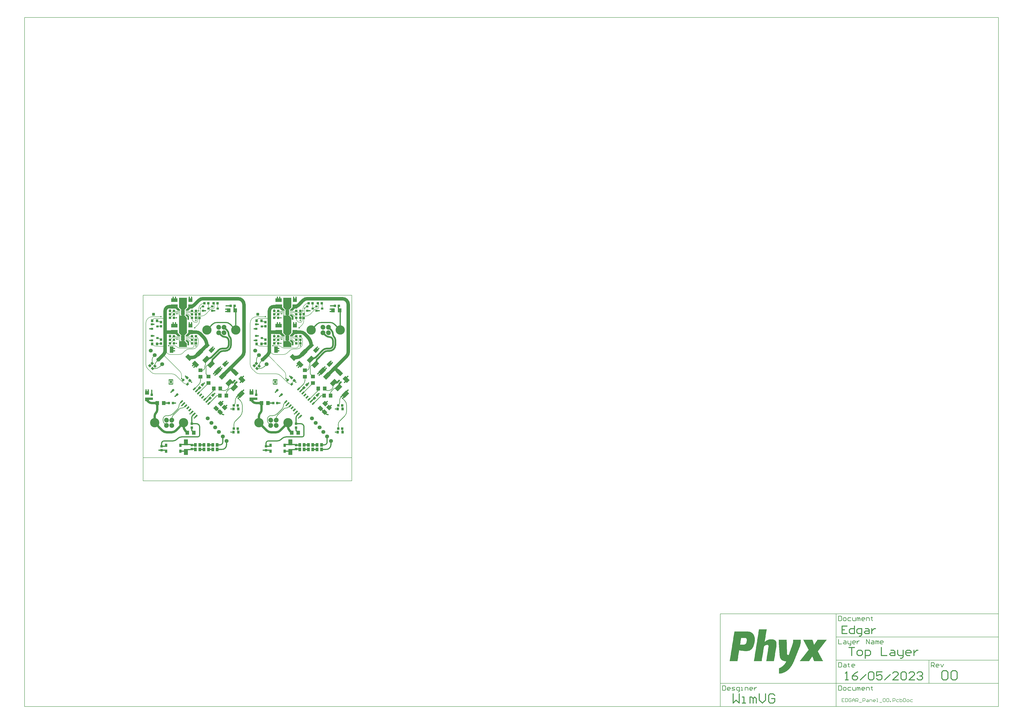
<source format=gtl>
G04*
G04 #@! TF.GenerationSoftware,Altium Limited,Altium Designer,23.5.0 (17)*
G04*
G04 Layer_Physical_Order=1*
G04 Layer_Color=3394611*
%FSLAX25Y25*%
%MOIN*%
G70*
G04*
G04 #@! TF.SameCoordinates,B4EA8652-FAED-489D-AB06-0C51CEF096E7*
G04*
G04*
G04 #@! TF.FilePolarity,Positive*
G04*
G01*
G75*
%ADD10C,0.01575*%
%ADD11C,0.00591*%
%ADD12C,0.05906*%
%ADD13C,0.00984*%
%ADD14C,0.01968*%
%ADD15C,0.02953*%
%ADD16C,0.03937*%
G04:AMPARAMS|DCode=17|XSize=25.2mil|YSize=51.97mil|CornerRadius=0mil|HoleSize=0mil|Usage=FLASHONLY|Rotation=135.000|XOffset=0mil|YOffset=0mil|HoleType=Round|Shape=Rectangle|*
%AMROTATEDRECTD17*
4,1,4,0.02728,0.00947,-0.00947,-0.02728,-0.02728,-0.00947,0.00947,0.02728,0.02728,0.00947,0.0*
%
%ADD17ROTATEDRECTD17*%

%ADD18R,0.03937X0.04331*%
G04:AMPARAMS|DCode=19|XSize=39.37mil|YSize=43.31mil|CornerRadius=0mil|HoleSize=0mil|Usage=FLASHONLY|Rotation=225.000|XOffset=0mil|YOffset=0mil|HoleType=Round|Shape=Rectangle|*
%AMROTATEDRECTD19*
4,1,4,-0.00139,0.02923,0.02923,-0.00139,0.00139,-0.02923,-0.02923,0.00139,-0.00139,0.02923,0.0*
%
%ADD19ROTATEDRECTD19*%

G04:AMPARAMS|DCode=20|XSize=43.31mil|YSize=35.43mil|CornerRadius=8.86mil|HoleSize=0mil|Usage=FLASHONLY|Rotation=45.000|XOffset=0mil|YOffset=0mil|HoleType=Round|Shape=RoundedRectangle|*
%AMROUNDEDRECTD20*
21,1,0.04331,0.01772,0,0,45.0*
21,1,0.02559,0.03543,0,0,45.0*
1,1,0.01772,0.01531,0.00278*
1,1,0.01772,-0.00278,-0.01531*
1,1,0.01772,-0.01531,-0.00278*
1,1,0.01772,0.00278,0.01531*
%
%ADD20ROUNDEDRECTD20*%
%ADD21R,0.03937X0.05512*%
%ADD22R,0.06299X0.07087*%
%ADD23R,0.04331X0.03937*%
%ADD24R,0.06693X0.10236*%
%ADD25R,0.04724X0.05906*%
%ADD26O,0.02756X0.00984*%
%ADD27R,0.06299X0.07480*%
%ADD28R,0.10630X0.06299*%
%ADD29R,0.07087X0.06299*%
%ADD30R,0.03937X0.03347*%
%ADD31R,0.03937X0.03347*%
G04:AMPARAMS|DCode=32|XSize=39.37mil|YSize=43.31mil|CornerRadius=0mil|HoleSize=0mil|Usage=FLASHONLY|Rotation=135.000|XOffset=0mil|YOffset=0mil|HoleType=Round|Shape=Rectangle|*
%AMROTATEDRECTD32*
4,1,4,0.02923,0.00139,-0.00139,-0.02923,-0.02923,-0.00139,0.00139,0.02923,0.02923,0.00139,0.0*
%
%ADD32ROTATEDRECTD32*%

G04:AMPARAMS|DCode=33|XSize=70.87mil|YSize=62.99mil|CornerRadius=0mil|HoleSize=0mil|Usage=FLASHONLY|Rotation=315.000|XOffset=0mil|YOffset=0mil|HoleType=Round|Shape=Rectangle|*
%AMROTATEDRECTD33*
4,1,4,-0.04733,0.00278,-0.00278,0.04733,0.04733,-0.00278,0.00278,-0.04733,-0.04733,0.00278,0.0*
%
%ADD33ROTATEDRECTD33*%

G04:AMPARAMS|DCode=34|XSize=70.87mil|YSize=62.99mil|CornerRadius=0mil|HoleSize=0mil|Usage=FLASHONLY|Rotation=225.000|XOffset=0mil|YOffset=0mil|HoleType=Round|Shape=Rectangle|*
%AMROTATEDRECTD34*
4,1,4,0.00278,0.04733,0.04733,0.00278,-0.00278,-0.04733,-0.04733,-0.00278,0.00278,0.04733,0.0*
%
%ADD34ROTATEDRECTD34*%

G04:AMPARAMS|DCode=35|XSize=102.36mil|YSize=66.93mil|CornerRadius=0mil|HoleSize=0mil|Usage=FLASHONLY|Rotation=135.000|XOffset=0mil|YOffset=0mil|HoleType=Round|Shape=Rectangle|*
%AMROTATEDRECTD35*
4,1,4,0.05985,-0.01253,0.01253,-0.05985,-0.05985,0.01253,-0.01253,0.05985,0.05985,-0.01253,0.0*
%
%ADD35ROTATEDRECTD35*%

G04:AMPARAMS|DCode=36|XSize=74.8mil|YSize=110.24mil|CornerRadius=0mil|HoleSize=0mil|Usage=FLASHONLY|Rotation=315.000|XOffset=0mil|YOffset=0mil|HoleType=Round|Shape=Rectangle|*
%AMROTATEDRECTD36*
4,1,4,-0.06542,-0.01253,0.01253,0.06542,0.06542,0.01253,-0.01253,-0.06542,-0.06542,-0.01253,0.0*
%
%ADD36ROTATEDRECTD36*%

%ADD37R,0.06299X0.10630*%
%ADD38R,0.03937X0.05118*%
%ADD39C,0.00787*%
%ADD40C,0.15748*%
G04:AMPARAMS|DCode=41|XSize=82.68mil|YSize=78.74mil|CornerRadius=0mil|HoleSize=0mil|Usage=FLASHONLY|Rotation=225.000|XOffset=0mil|YOffset=0mil|HoleType=Round|Shape=Round|*
%AMOVALD41*
21,1,0.00394,0.07874,0.00000,0.00000,225.0*
1,1,0.07874,0.00139,0.00139*
1,1,0.07874,-0.00139,-0.00139*
%
%ADD41OVALD41*%

G04:AMPARAMS|DCode=42|XSize=82.68mil|YSize=78.74mil|CornerRadius=0mil|HoleSize=0mil|Usage=FLASHONLY|Rotation=135.000|XOffset=0mil|YOffset=0mil|HoleType=Round|Shape=Round|*
%AMOVALD42*
21,1,0.00394,0.07874,0.00000,0.00000,135.0*
1,1,0.07874,0.00139,-0.00139*
1,1,0.07874,-0.00139,0.00139*
%
%ADD42OVALD42*%

%ADD43C,0.06693*%
%ADD44R,0.04921X0.04921*%
G04:AMPARAMS|DCode=45|XSize=49.21mil|YSize=49.21mil|CornerRadius=12.3mil|HoleSize=0mil|Usage=FLASHONLY|Rotation=180.000|XOffset=0mil|YOffset=0mil|HoleType=Round|Shape=RoundedRectangle|*
%AMROUNDEDRECTD45*
21,1,0.04921,0.02461,0,0,180.0*
21,1,0.02461,0.04921,0,0,180.0*
1,1,0.02461,-0.01230,0.01230*
1,1,0.02461,0.01230,0.01230*
1,1,0.02461,0.01230,-0.01230*
1,1,0.02461,-0.01230,-0.01230*
%
%ADD45ROUNDEDRECTD45*%
%ADD46C,0.02362*%
G36*
X261614Y252756D02*
X257283D01*
X253740Y249213D01*
X249410D01*
Y250787D01*
X253740Y255118D01*
Y259842D01*
X261614D01*
Y252756D01*
D02*
G37*
G36*
X236024Y255118D02*
X240354Y250787D01*
Y249213D01*
X236024D01*
X232480Y252756D01*
X224606D01*
Y259842D01*
X236024D01*
Y255118D01*
D02*
G37*
G36*
X84449Y252756D02*
X80118D01*
X76575Y249213D01*
X72244D01*
Y250787D01*
X76575Y255118D01*
Y259842D01*
X84449D01*
Y252756D01*
D02*
G37*
G36*
X58858Y255118D02*
X63189Y250787D01*
Y249213D01*
X58858D01*
X55315Y252756D01*
X47441D01*
Y259842D01*
X58858D01*
Y255118D01*
D02*
G37*
G36*
X251575Y254921D02*
X248622Y251969D01*
Y251381D01*
X248482Y251171D01*
X248409Y250803D01*
X246457D01*
Y250394D01*
X248031D01*
Y241732D01*
X246457D01*
Y241323D01*
X248622D01*
Y240158D01*
X251575Y237205D01*
Y230315D01*
Y211614D01*
X248622Y208661D01*
Y208073D01*
X248482Y207864D01*
X248409Y207496D01*
X246457D01*
Y207087D01*
X248031D01*
Y198425D01*
X246457D01*
Y198016D01*
X248622D01*
Y196850D01*
X251575Y193898D01*
Y187529D01*
X239004D01*
X238932Y187515D01*
X238189Y187612D01*
Y197298D01*
X238476D01*
Y198819D01*
X239476D01*
Y197298D01*
X239862D01*
X240444Y197413D01*
X240938Y197743D01*
X241120Y198016D01*
X243307D01*
Y198425D01*
X241732D01*
Y207087D01*
X243307D01*
Y207496D01*
X241355D01*
X241282Y207864D01*
X241142Y208073D01*
Y208661D01*
X238189Y211614D01*
Y230315D01*
Y240605D01*
X238476D01*
Y242126D01*
X239476D01*
Y240605D01*
X239862D01*
X240444Y240720D01*
X240938Y241050D01*
X241120Y241323D01*
X243307D01*
Y241732D01*
X241732D01*
Y250394D01*
X243307D01*
Y250803D01*
X241355D01*
X241282Y251171D01*
X241142Y251381D01*
Y251969D01*
X238189Y254921D01*
Y271260D01*
X251575D01*
Y254921D01*
D02*
G37*
G36*
X74410D02*
X71457Y251969D01*
Y251381D01*
X71317Y251171D01*
X71244Y250803D01*
X69291D01*
Y250394D01*
X70866D01*
Y241732D01*
X69291D01*
Y241323D01*
X71457D01*
Y240158D01*
X74410Y237205D01*
Y230315D01*
Y211614D01*
X71457Y208661D01*
Y208073D01*
X71317Y207864D01*
X71244Y207496D01*
X69291D01*
Y207087D01*
X70866D01*
Y198425D01*
X69291D01*
Y198016D01*
X71457D01*
Y196850D01*
X74410Y193898D01*
Y187529D01*
X61839D01*
X61767Y187515D01*
X61024Y187612D01*
Y197298D01*
X61311D01*
Y198819D01*
X62311D01*
Y197298D01*
X62697D01*
X63279Y197413D01*
X63773Y197743D01*
X63955Y198016D01*
X66142D01*
Y198425D01*
X64567D01*
Y207087D01*
X66142D01*
Y207496D01*
X64189D01*
X64116Y207864D01*
X63976Y208073D01*
Y208661D01*
X61024Y211614D01*
Y230315D01*
Y240605D01*
X61311D01*
Y242126D01*
X62311D01*
Y240605D01*
X62697D01*
X63279Y240720D01*
X63773Y241050D01*
X63955Y241323D01*
X66142D01*
Y241732D01*
X64567D01*
Y250394D01*
X66142D01*
Y250803D01*
X64189D01*
X64116Y251171D01*
X63976Y251381D01*
Y251969D01*
X61024Y254921D01*
Y271260D01*
X74410D01*
Y254921D01*
D02*
G37*
G36*
X255315Y240158D02*
Y233858D01*
X255217Y233760D01*
X252559D01*
Y237992D01*
X249410Y241142D01*
Y242913D01*
X252559D01*
X255315Y240158D01*
D02*
G37*
G36*
X78150D02*
Y233858D01*
X78051Y233760D01*
X75394D01*
Y237992D01*
X72244Y241142D01*
Y242913D01*
X75394D01*
X78150Y240158D01*
D02*
G37*
G36*
X261614Y209449D02*
X257283D01*
X253740Y205906D01*
X249410D01*
Y207480D01*
X253740Y211811D01*
Y216535D01*
X261614D01*
Y209449D01*
D02*
G37*
G36*
X236024Y211811D02*
X240354Y207480D01*
Y205906D01*
X236024D01*
X232480Y209449D01*
X224606D01*
Y216535D01*
X236024D01*
Y211811D01*
D02*
G37*
G36*
X84449Y209449D02*
X80118D01*
X76575Y205906D01*
X72244D01*
Y207480D01*
X76575Y211811D01*
Y216535D01*
X84449D01*
Y209449D01*
D02*
G37*
G36*
X58858Y211811D02*
X63189Y207480D01*
Y205906D01*
X58858D01*
X55315Y209449D01*
X47441D01*
Y216535D01*
X58858D01*
Y211811D01*
D02*
G37*
G36*
X255315Y196850D02*
Y190551D01*
X255217Y190453D01*
X252559D01*
Y194685D01*
X249410Y197835D01*
Y199606D01*
X252559D01*
X255315Y196850D01*
D02*
G37*
G36*
X78150D02*
Y190551D01*
X78051Y190453D01*
X75394D01*
Y194685D01*
X72244Y197835D01*
Y199606D01*
X75394D01*
X78150Y196850D01*
D02*
G37*
G36*
X338976Y142520D02*
X335039Y138583D01*
X321654Y151969D01*
X325590Y155905D01*
X338976Y142520D01*
D02*
G37*
G36*
X161811D02*
X157874Y138583D01*
X144488Y151969D01*
X148425Y155905D01*
X161811Y142520D01*
D02*
G37*
G36*
X227719Y132792D02*
X227801D01*
Y132711D01*
X228046D01*
Y132629D01*
X227964D01*
X227964Y132547D01*
X228046D01*
X228046Y132465D01*
X228128D01*
Y132384D01*
X228209D01*
Y132302D01*
X228128D01*
Y132220D01*
X228209D01*
Y132139D01*
Y132057D01*
Y131975D01*
X228209Y131893D01*
Y131812D01*
Y131730D01*
X228209Y131648D01*
Y131567D01*
Y131485D01*
Y131403D01*
Y131321D01*
Y131240D01*
Y131158D01*
X228209Y131076D01*
X228209Y130994D01*
Y130913D01*
Y130831D01*
Y130749D01*
Y130667D01*
Y130586D01*
Y130504D01*
X228209Y130422D01*
X228209Y130341D01*
Y130259D01*
Y130177D01*
Y130096D01*
Y130014D01*
Y129932D01*
Y129850D01*
X228209Y129769D01*
Y129687D01*
Y129605D01*
X228209Y129523D01*
Y129442D01*
Y129360D01*
Y129278D01*
Y129197D01*
Y129115D01*
Y129033D01*
Y128951D01*
X228209Y128870D01*
X228209Y128788D01*
Y128706D01*
Y128624D01*
Y128543D01*
Y128461D01*
Y128379D01*
X228209Y128298D01*
X228209Y128216D01*
Y128134D01*
Y128052D01*
Y127971D01*
Y127889D01*
Y127807D01*
Y127726D01*
Y127644D01*
X228209Y127562D01*
X228209Y127480D01*
Y127399D01*
Y127317D01*
Y127235D01*
X228209Y127154D01*
X228209Y127072D01*
X228209Y126990D01*
X228209Y126908D01*
Y126827D01*
Y126745D01*
Y126663D01*
Y126581D01*
Y126500D01*
Y126418D01*
Y126336D01*
X228209Y126254D01*
X228209Y126173D01*
Y126091D01*
Y126009D01*
Y125928D01*
X228209Y125846D01*
X228209Y125764D01*
X228209Y125682D01*
X228209Y125601D01*
Y125519D01*
Y125437D01*
Y125356D01*
Y125274D01*
Y125192D01*
Y125110D01*
X228209Y125029D01*
Y124947D01*
X228209Y124865D01*
Y124784D01*
Y124702D01*
Y124620D01*
Y124538D01*
Y124457D01*
X228128D01*
Y124375D01*
Y124293D01*
X227964D01*
X227964Y124212D01*
X228046D01*
Y124130D01*
X227801Y124130D01*
Y124048D01*
X227719D01*
Y123966D01*
X220936D01*
Y124048D01*
X220854D01*
Y124130D01*
X220773Y124130D01*
Y124212D01*
X220691D01*
Y124293D01*
X220609D01*
Y124375D01*
X220691D01*
Y124457D01*
X220528D01*
Y124538D01*
Y124620D01*
Y124702D01*
Y124784D01*
X220446D01*
Y124865D01*
X220528D01*
Y124947D01*
X220446D01*
Y125029D01*
X220528Y125029D01*
Y125110D01*
X220446D01*
Y125192D01*
X220528D01*
Y125274D01*
X220446D01*
Y125356D01*
X220528D01*
Y125437D01*
X220446D01*
Y125519D01*
X220528D01*
Y125601D01*
X220446D01*
Y125682D01*
X220528D01*
Y125764D01*
X220446D01*
Y125846D01*
X220528D01*
Y125928D01*
X220446D01*
Y126009D01*
X220528D01*
Y126091D01*
X220446D01*
Y126173D01*
X220528D01*
Y126254D01*
X220446D01*
Y126336D01*
X220528D01*
Y126418D01*
X220446D01*
Y126500D01*
X220528D01*
Y126581D01*
X220446D01*
Y126663D01*
X220528D01*
Y126745D01*
X220446D01*
Y126827D01*
X220528D01*
Y126908D01*
X220446D01*
Y126990D01*
X220528D01*
Y127072D01*
X220446D01*
Y127154D01*
X220528Y127154D01*
Y127235D01*
X220446D01*
Y127317D01*
X220528D01*
Y127399D01*
X220446D01*
Y127480D01*
X220528D01*
Y127562D01*
X220446Y127562D01*
Y127644D01*
X220528D01*
Y127726D01*
X220446D01*
Y127807D01*
X220528D01*
Y127889D01*
X220446D01*
Y127971D01*
X220528D01*
Y128052D01*
X220446D01*
Y128134D01*
X220528D01*
Y128216D01*
X220446D01*
Y128298D01*
X220528D01*
Y128379D01*
X220446D01*
Y128461D01*
X220528D01*
Y128543D01*
X220446D01*
Y128624D01*
X220528D01*
Y128706D01*
X220446D01*
Y128788D01*
X220528D01*
Y128870D01*
X220446D01*
Y128951D01*
X220528D01*
Y129033D01*
X220446D01*
Y129115D01*
X220528D01*
Y129197D01*
X220446D01*
Y129278D01*
X220528D01*
Y129360D01*
X220446D01*
Y129442D01*
X220528D01*
Y129523D01*
X220446D01*
Y129605D01*
X220528Y129605D01*
Y129687D01*
X220446Y129687D01*
Y129769D01*
X220528D01*
Y129850D01*
X220446D01*
Y129932D01*
X220528D01*
Y130014D01*
X220446D01*
Y130096D01*
X220528D01*
Y130177D01*
X220446D01*
Y130259D01*
X220528D01*
Y130341D01*
X220446D01*
Y130422D01*
X220528Y130422D01*
Y130504D01*
X220446D01*
Y130586D01*
X220528D01*
Y130667D01*
X220446D01*
Y130749D01*
X220528D01*
Y130831D01*
X220446D01*
Y130913D01*
X220528D01*
Y130994D01*
X220446D01*
Y131076D01*
X220528Y131076D01*
Y131158D01*
X220446D01*
Y131240D01*
X220528D01*
Y131321D01*
X220446D01*
Y131403D01*
X220528D01*
Y131485D01*
X220446D01*
Y131567D01*
X220528D01*
Y131648D01*
X220446D01*
Y131730D01*
X220528D01*
Y131812D01*
X220446Y131812D01*
Y131893D01*
X220528Y131893D01*
Y131975D01*
X220446D01*
Y132057D01*
X220528D01*
Y132139D01*
Y132220D01*
Y132302D01*
X220609D01*
Y132384D01*
Y132465D01*
Y132547D01*
X220691Y132547D01*
Y132629D01*
X220773Y132629D01*
Y132711D01*
X220854D01*
Y132792D01*
X220936D01*
Y132874D01*
X221018D01*
Y132792D01*
X221100D01*
Y132874D01*
X227719D01*
Y132792D01*
D02*
G37*
G36*
X50554D02*
X50635D01*
Y132711D01*
X50881D01*
Y132629D01*
X50799D01*
X50799Y132547D01*
X50881D01*
X50881Y132465D01*
X50962D01*
Y132384D01*
X51044D01*
Y132302D01*
X50962D01*
Y132220D01*
X51044D01*
Y132139D01*
Y132057D01*
Y131975D01*
X51044Y131893D01*
Y131812D01*
Y131730D01*
X51044Y131648D01*
Y131567D01*
Y131485D01*
Y131403D01*
Y131321D01*
Y131240D01*
Y131158D01*
X51044Y131076D01*
X51044Y130994D01*
Y130913D01*
Y130831D01*
Y130749D01*
Y130667D01*
Y130586D01*
Y130504D01*
X51044Y130422D01*
X51044Y130341D01*
Y130259D01*
Y130177D01*
Y130096D01*
Y130014D01*
Y129932D01*
Y129850D01*
X51044Y129769D01*
Y129687D01*
Y129605D01*
X51044Y129523D01*
Y129442D01*
Y129360D01*
Y129278D01*
Y129197D01*
Y129115D01*
Y129033D01*
Y128951D01*
X51044Y128870D01*
X51044Y128788D01*
Y128706D01*
Y128624D01*
Y128543D01*
Y128461D01*
Y128379D01*
X51044Y128298D01*
X51044Y128216D01*
Y128134D01*
Y128052D01*
Y127971D01*
Y127889D01*
Y127807D01*
Y127726D01*
Y127644D01*
X51044Y127562D01*
X51044Y127480D01*
Y127399D01*
Y127317D01*
Y127235D01*
X51044Y127154D01*
X51044Y127072D01*
X51044Y126990D01*
X51044Y126908D01*
Y126827D01*
Y126745D01*
Y126663D01*
Y126581D01*
Y126500D01*
Y126418D01*
Y126336D01*
X51044Y126254D01*
X51044Y126173D01*
Y126091D01*
Y126009D01*
Y125928D01*
X51044Y125846D01*
X51044Y125764D01*
X51044Y125682D01*
X51044Y125601D01*
Y125519D01*
Y125437D01*
Y125356D01*
Y125274D01*
Y125192D01*
Y125110D01*
X51044Y125029D01*
Y124947D01*
X51044Y124865D01*
Y124784D01*
Y124702D01*
Y124620D01*
Y124538D01*
Y124457D01*
X50962D01*
Y124375D01*
Y124293D01*
X50799D01*
X50799Y124212D01*
X50881D01*
Y124130D01*
X50635Y124130D01*
Y124048D01*
X50554D01*
Y123966D01*
X43771D01*
Y124048D01*
X43689D01*
Y124130D01*
X43608Y124130D01*
Y124212D01*
X43526D01*
Y124293D01*
X43444D01*
Y124375D01*
X43526D01*
Y124457D01*
X43362D01*
Y124538D01*
Y124620D01*
Y124702D01*
Y124784D01*
X43281D01*
Y124865D01*
X43362D01*
Y124947D01*
X43281D01*
Y125029D01*
X43362Y125029D01*
Y125110D01*
X43281D01*
Y125192D01*
X43362D01*
Y125274D01*
X43281D01*
Y125356D01*
X43362D01*
Y125437D01*
X43281D01*
Y125519D01*
X43362D01*
Y125601D01*
X43281D01*
Y125682D01*
X43362D01*
Y125764D01*
X43281D01*
Y125846D01*
X43362D01*
Y125928D01*
X43281D01*
Y126009D01*
X43362D01*
Y126091D01*
X43281D01*
Y126173D01*
X43362D01*
Y126254D01*
X43281D01*
Y126336D01*
X43362D01*
Y126418D01*
X43281D01*
Y126500D01*
X43362D01*
Y126581D01*
X43281D01*
Y126663D01*
X43362D01*
Y126745D01*
X43281D01*
Y126827D01*
X43362D01*
Y126908D01*
X43281D01*
Y126990D01*
X43362D01*
Y127072D01*
X43281D01*
Y127154D01*
X43362Y127154D01*
Y127235D01*
X43281D01*
Y127317D01*
X43362D01*
Y127399D01*
X43281D01*
Y127480D01*
X43362D01*
Y127562D01*
X43281Y127562D01*
Y127644D01*
X43362D01*
Y127726D01*
X43281D01*
Y127807D01*
X43362D01*
Y127889D01*
X43281D01*
Y127971D01*
X43362D01*
Y128052D01*
X43281D01*
Y128134D01*
X43362D01*
Y128216D01*
X43281D01*
Y128298D01*
X43362D01*
Y128379D01*
X43281D01*
Y128461D01*
X43362D01*
Y128543D01*
X43281D01*
Y128624D01*
X43362D01*
Y128706D01*
X43281D01*
Y128788D01*
X43362D01*
Y128870D01*
X43281D01*
Y128951D01*
X43362D01*
Y129033D01*
X43281D01*
Y129115D01*
X43362D01*
Y129197D01*
X43281D01*
Y129278D01*
X43362D01*
Y129360D01*
X43281D01*
Y129442D01*
X43362D01*
Y129523D01*
X43281D01*
Y129605D01*
X43362Y129605D01*
Y129687D01*
X43281Y129687D01*
Y129769D01*
X43362D01*
Y129850D01*
X43281D01*
Y129932D01*
X43362D01*
Y130014D01*
X43281D01*
Y130096D01*
X43362D01*
Y130177D01*
X43281D01*
Y130259D01*
X43362D01*
Y130341D01*
X43281D01*
Y130422D01*
X43362Y130422D01*
Y130504D01*
X43281D01*
Y130586D01*
X43362D01*
Y130667D01*
X43281D01*
Y130749D01*
X43362D01*
Y130831D01*
X43281D01*
Y130913D01*
X43362D01*
Y130994D01*
X43281D01*
Y131076D01*
X43362Y131076D01*
Y131158D01*
X43281D01*
Y131240D01*
X43362D01*
Y131321D01*
X43281D01*
Y131403D01*
X43362D01*
Y131485D01*
X43281D01*
Y131567D01*
X43362D01*
Y131648D01*
X43281D01*
Y131730D01*
X43362D01*
Y131812D01*
X43281Y131812D01*
Y131893D01*
X43362Y131893D01*
Y131975D01*
X43281D01*
Y132057D01*
X43362D01*
Y132139D01*
Y132220D01*
Y132302D01*
X43444D01*
Y132384D01*
Y132465D01*
Y132547D01*
X43526Y132547D01*
Y132629D01*
X43608Y132629D01*
Y132711D01*
X43689D01*
Y132792D01*
X43771D01*
Y132874D01*
X43853D01*
Y132792D01*
X43934D01*
Y132874D01*
X50554D01*
Y132792D01*
D02*
G37*
G36*
X1160849Y-309351D02*
X1160562D01*
Y-309637D01*
X1160276D01*
Y-309924D01*
Y-310210D01*
X1159990D01*
Y-310496D01*
X1159703D01*
Y-310783D01*
X1159417D01*
Y-311069D01*
Y-311355D01*
X1159131D01*
Y-311642D01*
X1158844D01*
Y-311928D01*
X1158558D01*
Y-312214D01*
X1158272D01*
Y-312501D01*
Y-312787D01*
X1157985D01*
Y-313073D01*
X1157699D01*
Y-313359D01*
X1157413D01*
Y-313646D01*
Y-313932D01*
X1157127D01*
Y-314218D01*
X1156840D01*
Y-314505D01*
X1156554D01*
Y-314791D01*
X1156268D01*
Y-315077D01*
Y-315364D01*
X1155981D01*
Y-315650D01*
X1155695D01*
Y-315936D01*
X1155409D01*
Y-316223D01*
Y-316509D01*
X1155122D01*
Y-316795D01*
X1154836D01*
Y-317081D01*
X1154550D01*
Y-317368D01*
Y-317654D01*
X1154263D01*
Y-317940D01*
X1153977D01*
Y-318227D01*
X1153691D01*
Y-318513D01*
X1153405D01*
Y-318799D01*
Y-319086D01*
X1153118D01*
Y-319372D01*
X1152832D01*
Y-319658D01*
X1152546D01*
Y-319945D01*
Y-320231D01*
X1152259D01*
Y-320517D01*
X1151973D01*
Y-320803D01*
X1151687D01*
Y-321090D01*
Y-321376D01*
X1151400D01*
Y-321662D01*
X1151114D01*
Y-321949D01*
X1150828D01*
Y-322235D01*
X1150541D01*
Y-322521D01*
Y-322808D01*
X1150255D01*
Y-323094D01*
X1149969D01*
Y-323380D01*
X1149682D01*
Y-323667D01*
Y-323953D01*
X1149396D01*
Y-324239D01*
X1149110D01*
Y-324526D01*
X1148824D01*
Y-324812D01*
Y-325098D01*
X1148537D01*
Y-325384D01*
X1148251D01*
Y-325671D01*
X1147965D01*
Y-325957D01*
X1147678D01*
Y-326243D01*
Y-326530D01*
X1147392D01*
Y-326816D01*
X1147106D01*
Y-327102D01*
X1146819D01*
Y-327389D01*
Y-327675D01*
X1146533D01*
Y-327961D01*
X1146247D01*
Y-328248D01*
X1145960D01*
Y-328534D01*
X1145674D01*
Y-328820D01*
Y-329107D01*
X1145960D01*
Y-329393D01*
Y-329679D01*
X1146247D01*
Y-329965D01*
Y-330252D01*
X1146533D01*
Y-330538D01*
X1146819D01*
Y-330824D01*
Y-331111D01*
X1147106D01*
Y-331397D01*
Y-331683D01*
X1147392D01*
Y-331970D01*
Y-332256D01*
X1147678D01*
Y-332542D01*
Y-332829D01*
X1147965D01*
Y-333115D01*
Y-333401D01*
X1148251D01*
Y-333688D01*
Y-333974D01*
X1148537D01*
Y-334260D01*
Y-334547D01*
X1148824D01*
Y-334833D01*
Y-335119D01*
X1149110D01*
Y-335405D01*
X1149396D01*
Y-335692D01*
Y-335978D01*
X1149682D01*
Y-336264D01*
Y-336551D01*
X1149969D01*
Y-336837D01*
Y-337123D01*
X1150255D01*
Y-337410D01*
Y-337696D01*
X1150541D01*
Y-337982D01*
Y-338269D01*
X1150828D01*
Y-338555D01*
Y-338841D01*
X1151114D01*
Y-339128D01*
Y-339414D01*
X1151400D01*
Y-339700D01*
X1151687D01*
Y-339986D01*
Y-340273D01*
X1151973D01*
Y-340559D01*
Y-340845D01*
X1152259D01*
Y-341132D01*
Y-341418D01*
X1152546D01*
Y-341704D01*
Y-341991D01*
X1152832D01*
Y-342277D01*
Y-342563D01*
X1153118D01*
Y-342850D01*
Y-343136D01*
X1153405D01*
Y-343422D01*
Y-343709D01*
X1153691D01*
Y-343995D01*
X1153977D01*
Y-344281D01*
Y-344567D01*
X1154263D01*
Y-344854D01*
Y-345140D01*
X1154550D01*
Y-345427D01*
X1139375D01*
Y-345140D01*
X1139089D01*
Y-344854D01*
Y-344567D01*
Y-344281D01*
X1138803D01*
Y-343995D01*
Y-343709D01*
Y-343422D01*
X1138516D01*
Y-343136D01*
Y-342850D01*
X1138230D01*
Y-342563D01*
Y-342277D01*
Y-341991D01*
X1137944D01*
Y-341704D01*
Y-341418D01*
Y-341132D01*
X1137657D01*
Y-340845D01*
Y-340559D01*
X1137371D01*
Y-340273D01*
Y-339986D01*
Y-339700D01*
X1137085D01*
Y-339414D01*
Y-339128D01*
Y-338841D01*
X1136798D01*
Y-338555D01*
Y-338269D01*
Y-337982D01*
X1136512D01*
Y-337696D01*
X1135939D01*
Y-337982D01*
Y-338269D01*
X1135653D01*
Y-338555D01*
X1135367D01*
Y-338841D01*
Y-339128D01*
X1135081D01*
Y-339414D01*
X1134794D01*
Y-339700D01*
Y-339986D01*
X1134508D01*
Y-340273D01*
X1134221D01*
Y-340559D01*
Y-340845D01*
X1133935D01*
Y-341132D01*
X1133649D01*
Y-341418D01*
X1133363D01*
Y-341704D01*
Y-341991D01*
X1133076D01*
Y-342277D01*
X1132790D01*
Y-342563D01*
Y-342850D01*
X1132504D01*
Y-343136D01*
X1132217D01*
Y-343422D01*
Y-343709D01*
X1131931D01*
Y-343995D01*
X1131645D01*
Y-344281D01*
Y-344567D01*
X1131358D01*
Y-344854D01*
X1131072D01*
Y-345140D01*
Y-345427D01*
X1115039D01*
Y-345140D01*
X1115325D01*
Y-344854D01*
X1115611D01*
Y-344567D01*
X1115897D01*
Y-344281D01*
X1116184D01*
Y-343995D01*
Y-343709D01*
X1116470D01*
Y-343422D01*
X1116757D01*
Y-343136D01*
X1117043D01*
Y-342850D01*
X1117329D01*
Y-342563D01*
Y-342277D01*
X1117615D01*
Y-341991D01*
X1117902D01*
Y-341704D01*
X1118188D01*
Y-341418D01*
Y-341132D01*
X1118474D01*
Y-340845D01*
X1118761D01*
Y-340559D01*
X1119047D01*
Y-340273D01*
X1119333D01*
Y-339986D01*
Y-339700D01*
X1119620D01*
Y-339414D01*
X1119906D01*
Y-339128D01*
X1120192D01*
Y-338841D01*
X1120479D01*
Y-338555D01*
Y-338269D01*
X1120765D01*
Y-337982D01*
X1121051D01*
Y-337696D01*
X1121338D01*
Y-337410D01*
Y-337123D01*
X1121624D01*
Y-336837D01*
X1121910D01*
Y-336551D01*
X1122196D01*
Y-336264D01*
X1122483D01*
Y-335978D01*
Y-335692D01*
X1122769D01*
Y-335405D01*
X1123055D01*
Y-335119D01*
X1123342D01*
Y-334833D01*
Y-334547D01*
X1123628D01*
Y-334260D01*
X1123914D01*
Y-333974D01*
X1124201D01*
Y-333688D01*
X1124487D01*
Y-333401D01*
Y-333115D01*
X1124773D01*
Y-332829D01*
X1125060D01*
Y-332542D01*
X1125346D01*
Y-332256D01*
Y-331970D01*
X1125632D01*
Y-331683D01*
X1125918D01*
Y-331397D01*
X1126205D01*
Y-331111D01*
X1126491D01*
Y-330824D01*
Y-330538D01*
X1126777D01*
Y-330252D01*
X1127064D01*
Y-329965D01*
X1127350D01*
Y-329679D01*
X1127636D01*
Y-329393D01*
Y-329107D01*
X1127923D01*
Y-328820D01*
X1128209D01*
Y-328534D01*
X1128495D01*
Y-328248D01*
Y-327961D01*
X1128782D01*
Y-327675D01*
X1129068D01*
Y-327389D01*
X1129354D01*
Y-327102D01*
X1129640D01*
Y-326816D01*
Y-326530D01*
X1129927D01*
Y-326243D01*
Y-325957D01*
Y-325671D01*
X1129640D01*
Y-325384D01*
X1129354D01*
Y-325098D01*
Y-324812D01*
X1129068D01*
Y-324526D01*
Y-324239D01*
X1128782D01*
Y-323953D01*
Y-323667D01*
X1128495D01*
Y-323380D01*
Y-323094D01*
X1128209D01*
Y-322808D01*
Y-322521D01*
X1127923D01*
Y-322235D01*
Y-321949D01*
X1127636D01*
Y-321662D01*
X1127350D01*
Y-321376D01*
Y-321090D01*
X1127064D01*
Y-320803D01*
Y-320517D01*
X1126777D01*
Y-320231D01*
Y-319945D01*
X1126491D01*
Y-319658D01*
Y-319372D01*
X1126205D01*
Y-319086D01*
Y-318799D01*
X1125918D01*
Y-318513D01*
Y-318227D01*
X1125632D01*
Y-317940D01*
X1125346D01*
Y-317654D01*
Y-317368D01*
X1125060D01*
Y-317081D01*
Y-316795D01*
X1124773D01*
Y-316509D01*
Y-316223D01*
X1124487D01*
Y-315936D01*
Y-315650D01*
X1124201D01*
Y-315364D01*
Y-315077D01*
X1123914D01*
Y-314791D01*
Y-314505D01*
X1123628D01*
Y-314218D01*
Y-313932D01*
X1123342D01*
Y-313646D01*
X1123055D01*
Y-313359D01*
Y-313073D01*
X1122769D01*
Y-312787D01*
Y-312501D01*
X1122483D01*
Y-312214D01*
Y-311928D01*
X1122196D01*
Y-311642D01*
Y-311355D01*
X1121910D01*
Y-311069D01*
Y-310783D01*
X1121624D01*
Y-310496D01*
Y-310210D01*
X1121338D01*
Y-309924D01*
X1121051D01*
Y-309637D01*
Y-309351D01*
X1120765D01*
Y-309065D01*
X1136512D01*
Y-309351D01*
X1136798D01*
Y-309637D01*
Y-309924D01*
Y-310210D01*
X1137085D01*
Y-310496D01*
Y-310783D01*
Y-311069D01*
X1137371D01*
Y-311355D01*
Y-311642D01*
Y-311928D01*
X1137657D01*
Y-312214D01*
Y-312501D01*
Y-312787D01*
X1137944D01*
Y-313073D01*
Y-313359D01*
Y-313646D01*
X1138230D01*
Y-313932D01*
Y-314218D01*
Y-314505D01*
X1138516D01*
Y-314791D01*
Y-315077D01*
Y-315364D01*
X1138803D01*
Y-315650D01*
Y-315936D01*
Y-316223D01*
X1139089D01*
Y-316509D01*
Y-316795D01*
Y-317081D01*
Y-317368D01*
X1139662D01*
Y-317081D01*
X1139948D01*
Y-316795D01*
X1140234D01*
Y-316509D01*
Y-316223D01*
X1140520D01*
Y-315936D01*
X1140807D01*
Y-315650D01*
Y-315364D01*
X1141093D01*
Y-315077D01*
X1141379D01*
Y-314791D01*
Y-314505D01*
X1141666D01*
Y-314218D01*
X1141952D01*
Y-313932D01*
Y-313646D01*
X1142238D01*
Y-313359D01*
X1142525D01*
Y-313073D01*
Y-312787D01*
X1142811D01*
Y-312501D01*
X1143097D01*
Y-312214D01*
Y-311928D01*
X1143384D01*
Y-311642D01*
X1143670D01*
Y-311355D01*
Y-311069D01*
X1143956D01*
Y-310783D01*
X1144242D01*
Y-310496D01*
Y-310210D01*
X1144529D01*
Y-309924D01*
X1144815D01*
Y-309637D01*
Y-309351D01*
X1145101D01*
Y-309065D01*
X1160849D01*
Y-309351D01*
D02*
G37*
G36*
X1027713Y-295322D02*
X1029431D01*
Y-295608D01*
X1030290D01*
Y-295894D01*
X1031149D01*
Y-296181D01*
X1032008D01*
Y-296467D01*
X1032580D01*
Y-296753D01*
X1032867D01*
Y-297040D01*
X1033439D01*
Y-297326D01*
X1033726D01*
Y-297612D01*
X1034298D01*
Y-297899D01*
X1034585D01*
Y-298185D01*
X1034871D01*
Y-298471D01*
X1035157D01*
Y-298758D01*
X1035444D01*
Y-299044D01*
X1035730D01*
Y-299330D01*
X1036016D01*
Y-299616D01*
Y-299903D01*
X1036302D01*
Y-300189D01*
X1036589D01*
Y-300475D01*
Y-300762D01*
X1036875D01*
Y-301048D01*
X1037162D01*
Y-301334D01*
Y-301621D01*
X1037448D01*
Y-301907D01*
Y-302193D01*
Y-302480D01*
X1037734D01*
Y-302766D01*
Y-303052D01*
Y-303339D01*
X1038020D01*
Y-303625D01*
Y-303911D01*
Y-304197D01*
Y-304484D01*
X1038307D01*
Y-304770D01*
Y-305056D01*
Y-305343D01*
Y-305629D01*
Y-305915D01*
X1038593D01*
Y-306202D01*
Y-306488D01*
Y-306774D01*
Y-307061D01*
Y-307347D01*
Y-307633D01*
Y-307920D01*
Y-308206D01*
Y-308492D01*
Y-308778D01*
Y-309065D01*
Y-309351D01*
Y-309637D01*
Y-309924D01*
Y-310210D01*
Y-310496D01*
Y-310783D01*
Y-311069D01*
Y-311355D01*
Y-311642D01*
X1038307D01*
Y-311928D01*
Y-312214D01*
Y-312501D01*
Y-312787D01*
Y-313073D01*
Y-313359D01*
Y-313646D01*
X1038020D01*
Y-313932D01*
Y-314218D01*
Y-314505D01*
Y-314791D01*
Y-315077D01*
X1037734D01*
Y-315364D01*
Y-315650D01*
Y-315936D01*
Y-316223D01*
Y-316509D01*
X1037448D01*
Y-316795D01*
Y-317081D01*
Y-317368D01*
X1037162D01*
Y-317654D01*
Y-317940D01*
Y-318227D01*
Y-318513D01*
X1036875D01*
Y-318799D01*
Y-319086D01*
Y-319372D01*
X1036589D01*
Y-319658D01*
Y-319945D01*
X1036302D01*
Y-320231D01*
Y-320517D01*
Y-320803D01*
X1036016D01*
Y-321090D01*
Y-321376D01*
X1035730D01*
Y-321662D01*
Y-321949D01*
X1035444D01*
Y-322235D01*
Y-322521D01*
X1035157D01*
Y-322808D01*
X1034871D01*
Y-323094D01*
Y-323380D01*
X1034585D01*
Y-323667D01*
X1034298D01*
Y-323953D01*
X1034012D01*
Y-324239D01*
Y-324526D01*
X1033726D01*
Y-324812D01*
X1033439D01*
Y-325098D01*
X1033153D01*
Y-325384D01*
X1032867D01*
Y-325671D01*
X1032580D01*
Y-325957D01*
X1032008D01*
Y-326243D01*
X1031722D01*
Y-326530D01*
X1031149D01*
Y-326816D01*
X1030863D01*
Y-327102D01*
X1030290D01*
Y-327389D01*
X1029431D01*
Y-327675D01*
X1028572D01*
Y-327961D01*
X1027713D01*
Y-328248D01*
X1025995D01*
Y-328534D01*
X1020842D01*
Y-328248D01*
X1018265D01*
Y-327961D01*
X1016261D01*
Y-327675D01*
X1014829D01*
Y-327389D01*
X1013398D01*
Y-327102D01*
X1011966D01*
Y-327389D01*
Y-327675D01*
Y-327961D01*
Y-328248D01*
Y-328534D01*
Y-328820D01*
Y-329107D01*
X1011680D01*
Y-329393D01*
Y-329679D01*
Y-329965D01*
Y-330252D01*
Y-330538D01*
Y-330824D01*
X1011393D01*
Y-331111D01*
Y-331397D01*
Y-331683D01*
Y-331970D01*
Y-332256D01*
Y-332542D01*
X1011107D01*
Y-332829D01*
Y-333115D01*
Y-333401D01*
Y-333688D01*
Y-333974D01*
Y-334260D01*
Y-334547D01*
X1010821D01*
Y-334833D01*
Y-335119D01*
Y-335405D01*
Y-335692D01*
Y-335978D01*
Y-336264D01*
X1010534D01*
Y-336551D01*
Y-336837D01*
Y-337123D01*
Y-337410D01*
Y-337696D01*
Y-337982D01*
X1010248D01*
Y-338269D01*
Y-338555D01*
Y-338841D01*
Y-339128D01*
Y-339414D01*
Y-339700D01*
Y-339986D01*
X1009962D01*
Y-340273D01*
Y-340559D01*
Y-340845D01*
Y-341132D01*
Y-341418D01*
Y-341704D01*
X1009676D01*
Y-341991D01*
Y-342277D01*
Y-342563D01*
Y-342850D01*
Y-343136D01*
Y-343422D01*
X1009389D01*
Y-343709D01*
Y-343995D01*
Y-344281D01*
Y-344567D01*
Y-344854D01*
Y-345140D01*
Y-345427D01*
X995932D01*
Y-345140D01*
X996219D01*
Y-344854D01*
Y-344567D01*
Y-344281D01*
Y-343995D01*
Y-343709D01*
X996505D01*
Y-343422D01*
Y-343136D01*
Y-342850D01*
Y-342563D01*
Y-342277D01*
Y-341991D01*
Y-341704D01*
X996791D01*
Y-341418D01*
Y-341132D01*
Y-340845D01*
Y-340559D01*
Y-340273D01*
Y-339986D01*
X997078D01*
Y-339700D01*
Y-339414D01*
Y-339128D01*
Y-338841D01*
Y-338555D01*
Y-338269D01*
X997364D01*
Y-337982D01*
Y-337696D01*
Y-337410D01*
Y-337123D01*
Y-336837D01*
Y-336551D01*
Y-336264D01*
X997650D01*
Y-335978D01*
Y-335692D01*
Y-335405D01*
Y-335119D01*
Y-334833D01*
Y-334547D01*
X997937D01*
Y-334260D01*
Y-333974D01*
Y-333688D01*
Y-333401D01*
Y-333115D01*
Y-332829D01*
X998223D01*
Y-332542D01*
Y-332256D01*
Y-331970D01*
Y-331683D01*
Y-331397D01*
Y-331111D01*
X998509D01*
Y-330824D01*
Y-330538D01*
Y-330252D01*
Y-329965D01*
Y-329679D01*
Y-329393D01*
Y-329107D01*
X998796D01*
Y-328820D01*
Y-328534D01*
Y-328248D01*
Y-327961D01*
Y-327675D01*
Y-327389D01*
X999082D01*
Y-327102D01*
Y-326816D01*
Y-326530D01*
Y-326243D01*
Y-325957D01*
Y-325671D01*
X999368D01*
Y-325384D01*
Y-325098D01*
Y-324812D01*
Y-324526D01*
Y-324239D01*
Y-323953D01*
X999654D01*
Y-323667D01*
Y-323380D01*
Y-323094D01*
Y-322808D01*
Y-322521D01*
Y-322235D01*
Y-321949D01*
X999941D01*
Y-321662D01*
Y-321376D01*
Y-321090D01*
Y-320803D01*
Y-320517D01*
Y-320231D01*
X1000227D01*
Y-319945D01*
Y-319658D01*
Y-319372D01*
Y-319086D01*
Y-318799D01*
Y-318513D01*
X1000513D01*
Y-318227D01*
Y-317940D01*
Y-317654D01*
Y-317368D01*
Y-317081D01*
Y-316795D01*
Y-316509D01*
X1000800D01*
Y-316223D01*
Y-315936D01*
Y-315650D01*
Y-315364D01*
Y-315077D01*
Y-314791D01*
X1001086D01*
Y-314505D01*
Y-314218D01*
Y-313932D01*
Y-313646D01*
Y-313359D01*
Y-313073D01*
X1001372D01*
Y-312787D01*
Y-312501D01*
Y-312214D01*
Y-311928D01*
Y-311642D01*
Y-311355D01*
X1001659D01*
Y-311069D01*
Y-310783D01*
Y-310496D01*
Y-310210D01*
Y-309924D01*
Y-309637D01*
Y-309351D01*
X1001945D01*
Y-309065D01*
Y-308778D01*
Y-308492D01*
Y-308206D01*
Y-307920D01*
Y-307633D01*
X1002231D01*
Y-307347D01*
Y-307061D01*
Y-306774D01*
Y-306488D01*
Y-306202D01*
Y-305915D01*
X1002518D01*
Y-305629D01*
Y-305343D01*
Y-305056D01*
Y-304770D01*
Y-304484D01*
Y-304197D01*
Y-303911D01*
X1002804D01*
Y-303625D01*
Y-303339D01*
Y-303052D01*
Y-302766D01*
Y-302480D01*
Y-302193D01*
X1003090D01*
Y-301907D01*
Y-301621D01*
Y-301334D01*
Y-301048D01*
Y-300762D01*
Y-300475D01*
X1003377D01*
Y-300189D01*
Y-299903D01*
Y-299616D01*
Y-299330D01*
Y-299044D01*
Y-298758D01*
Y-298471D01*
X1003663D01*
Y-298185D01*
Y-297899D01*
Y-297612D01*
Y-297326D01*
Y-297040D01*
Y-296753D01*
X1003949D01*
Y-296467D01*
Y-296181D01*
Y-295894D01*
Y-295608D01*
Y-295322D01*
Y-295035D01*
X1027713D01*
Y-295322D01*
D02*
G37*
G36*
X1116757Y-309351D02*
Y-309637D01*
Y-309924D01*
Y-310210D01*
Y-310496D01*
Y-310783D01*
Y-311069D01*
Y-311355D01*
Y-311642D01*
Y-311928D01*
Y-312214D01*
Y-312501D01*
Y-312787D01*
Y-313073D01*
Y-313359D01*
Y-313646D01*
Y-313932D01*
Y-314218D01*
Y-314505D01*
Y-314791D01*
Y-315077D01*
X1116470D01*
Y-315364D01*
Y-315650D01*
Y-315936D01*
Y-316223D01*
Y-316509D01*
X1116184D01*
Y-316795D01*
Y-317081D01*
Y-317368D01*
Y-317654D01*
X1115897D01*
Y-317940D01*
Y-318227D01*
Y-318513D01*
Y-318799D01*
X1115611D01*
Y-319086D01*
Y-319372D01*
Y-319658D01*
X1115325D01*
Y-319945D01*
Y-320231D01*
Y-320517D01*
X1115039D01*
Y-320803D01*
Y-321090D01*
Y-321376D01*
X1114752D01*
Y-321662D01*
Y-321949D01*
Y-322235D01*
X1114466D01*
Y-322521D01*
Y-322808D01*
X1114180D01*
Y-323094D01*
Y-323380D01*
X1113893D01*
Y-323667D01*
Y-323953D01*
Y-324239D01*
X1113607D01*
Y-324526D01*
Y-324812D01*
X1113321D01*
Y-325098D01*
Y-325384D01*
Y-325671D01*
X1113034D01*
Y-325957D01*
Y-326243D01*
X1112748D01*
Y-326530D01*
Y-326816D01*
Y-327102D01*
X1112462D01*
Y-327389D01*
Y-327675D01*
X1112175D01*
Y-327961D01*
Y-328248D01*
Y-328534D01*
X1111889D01*
Y-328820D01*
Y-329107D01*
X1111603D01*
Y-329393D01*
Y-329679D01*
Y-329965D01*
X1111316D01*
Y-330252D01*
Y-330538D01*
X1111030D01*
Y-330824D01*
Y-331111D01*
Y-331397D01*
X1110744D01*
Y-331683D01*
Y-331970D01*
X1110458D01*
Y-332256D01*
Y-332542D01*
Y-332829D01*
X1110171D01*
Y-333115D01*
Y-333401D01*
X1109885D01*
Y-333688D01*
Y-333974D01*
Y-334260D01*
X1109599D01*
Y-334547D01*
Y-334833D01*
X1109312D01*
Y-335119D01*
Y-335405D01*
Y-335692D01*
X1109026D01*
Y-335978D01*
Y-336264D01*
X1108740D01*
Y-336551D01*
Y-336837D01*
Y-337123D01*
X1108453D01*
Y-337410D01*
Y-337696D01*
X1108167D01*
Y-337982D01*
Y-338269D01*
Y-338555D01*
X1107881D01*
Y-338841D01*
Y-339128D01*
X1107594D01*
Y-339414D01*
Y-339700D01*
Y-339986D01*
X1107308D01*
Y-340273D01*
Y-340559D01*
X1107022D01*
Y-340845D01*
Y-341132D01*
Y-341418D01*
X1106736D01*
Y-341704D01*
Y-341991D01*
X1106449D01*
Y-342277D01*
Y-342563D01*
Y-342850D01*
X1106163D01*
Y-343136D01*
Y-343422D01*
X1105877D01*
Y-343709D01*
Y-343995D01*
Y-344281D01*
X1105590D01*
Y-344567D01*
Y-344854D01*
X1105304D01*
Y-345140D01*
Y-345427D01*
Y-345713D01*
X1105018D01*
Y-345999D01*
Y-346285D01*
X1104731D01*
Y-346572D01*
Y-346858D01*
X1104445D01*
Y-347144D01*
Y-347431D01*
X1104159D01*
Y-347717D01*
Y-348003D01*
Y-348290D01*
X1103872D01*
Y-348576D01*
X1103586D01*
Y-348862D01*
Y-349149D01*
Y-349435D01*
X1103300D01*
Y-349721D01*
X1103013D01*
Y-350008D01*
Y-350294D01*
X1102727D01*
Y-350580D01*
Y-350866D01*
X1102441D01*
Y-351153D01*
Y-351439D01*
X1102155D01*
Y-351725D01*
Y-352012D01*
X1101868D01*
Y-352298D01*
X1101582D01*
Y-352584D01*
Y-352871D01*
X1101296D01*
Y-353157D01*
Y-353443D01*
X1101009D01*
Y-353730D01*
X1100723D01*
Y-354016D01*
X1100437D01*
Y-354302D01*
Y-354589D01*
X1100150D01*
Y-354875D01*
X1099864D01*
Y-355161D01*
Y-355447D01*
X1099578D01*
Y-355734D01*
X1099291D01*
Y-356020D01*
X1099005D01*
Y-356306D01*
Y-356593D01*
X1098719D01*
Y-356879D01*
X1098432D01*
Y-357165D01*
X1098146D01*
Y-357452D01*
X1097860D01*
Y-357738D01*
X1097573D01*
Y-358024D01*
Y-358311D01*
X1097287D01*
Y-358597D01*
X1097001D01*
Y-358883D01*
X1096715D01*
Y-359170D01*
X1096428D01*
Y-359456D01*
X1096142D01*
Y-359742D01*
X1095856D01*
Y-360028D01*
X1095569D01*
Y-360315D01*
X1094997D01*
Y-360601D01*
X1094710D01*
Y-360887D01*
X1094424D01*
Y-361174D01*
X1094138D01*
Y-361460D01*
X1093851D01*
Y-361746D01*
X1093279D01*
Y-362033D01*
X1092992D01*
Y-362319D01*
X1092420D01*
Y-362605D01*
X1092134D01*
Y-362892D01*
X1091561D01*
Y-363178D01*
X1091275D01*
Y-363464D01*
X1090702D01*
Y-363751D01*
X1090129D01*
Y-364037D01*
X1089557D01*
Y-364323D01*
X1088984D01*
Y-364609D01*
X1088412D01*
Y-364896D01*
X1087553D01*
Y-365182D01*
X1086980D01*
Y-365468D01*
X1086121D01*
Y-365755D01*
X1084976D01*
Y-366041D01*
X1083831D01*
Y-366327D01*
X1082113D01*
Y-366614D01*
X1080108D01*
Y-366900D01*
X1079822D01*
Y-366614D01*
Y-366327D01*
Y-366041D01*
Y-365755D01*
Y-365468D01*
Y-365182D01*
Y-364896D01*
Y-364609D01*
Y-364323D01*
Y-364037D01*
Y-363751D01*
Y-363464D01*
Y-363178D01*
Y-362892D01*
Y-362605D01*
Y-362319D01*
Y-362033D01*
Y-361746D01*
Y-361460D01*
Y-361174D01*
Y-360887D01*
Y-360601D01*
Y-360315D01*
Y-360028D01*
Y-359742D01*
Y-359456D01*
Y-359170D01*
Y-358883D01*
Y-358597D01*
Y-358311D01*
Y-358024D01*
Y-357738D01*
Y-357452D01*
X1080395D01*
Y-357165D01*
X1080967D01*
Y-356879D01*
X1081540D01*
Y-356593D01*
X1082113D01*
Y-356306D01*
X1082685D01*
Y-356020D01*
X1083258D01*
Y-355734D01*
X1083544D01*
Y-355447D01*
X1084117D01*
Y-355161D01*
X1084403D01*
Y-354875D01*
X1084976D01*
Y-354589D01*
X1085262D01*
Y-354302D01*
X1085548D01*
Y-354016D01*
X1086121D01*
Y-353730D01*
X1086407D01*
Y-353443D01*
X1086694D01*
Y-353157D01*
X1086980D01*
Y-352871D01*
X1087266D01*
Y-352584D01*
X1087553D01*
Y-352298D01*
X1087839D01*
Y-352012D01*
X1088125D01*
Y-351725D01*
X1088412D01*
Y-351439D01*
X1088698D01*
Y-351153D01*
X1088984D01*
Y-350866D01*
X1089270D01*
Y-350580D01*
Y-350294D01*
X1089557D01*
Y-350008D01*
X1089843D01*
Y-349721D01*
X1090129D01*
Y-349435D01*
Y-349149D01*
X1090416D01*
Y-348862D01*
X1090702D01*
Y-348576D01*
Y-348290D01*
X1090988D01*
Y-348003D01*
Y-347717D01*
X1091275D01*
Y-347431D01*
X1091561D01*
Y-347144D01*
Y-346858D01*
X1091847D01*
Y-346572D01*
Y-346285D01*
X1092134D01*
Y-345999D01*
Y-345713D01*
X1090416D01*
Y-345427D01*
X1088412D01*
Y-345140D01*
X1087266D01*
Y-344854D01*
X1086694D01*
Y-344567D01*
X1085835D01*
Y-344281D01*
X1085262D01*
Y-343995D01*
X1084976D01*
Y-343709D01*
X1084403D01*
Y-343422D01*
X1084117D01*
Y-343136D01*
X1083831D01*
Y-342850D01*
X1083544D01*
Y-342563D01*
X1083258D01*
Y-342277D01*
X1082971D01*
Y-341991D01*
Y-341704D01*
X1082685D01*
Y-341418D01*
X1082399D01*
Y-341132D01*
Y-340845D01*
X1082113D01*
Y-340559D01*
Y-340273D01*
X1081826D01*
Y-339986D01*
Y-339700D01*
X1081540D01*
Y-339414D01*
Y-339128D01*
Y-338841D01*
X1081254D01*
Y-338555D01*
Y-338269D01*
Y-337982D01*
Y-337696D01*
X1080967D01*
Y-337410D01*
Y-337123D01*
Y-336837D01*
Y-336551D01*
Y-336264D01*
Y-335978D01*
Y-335692D01*
X1080681D01*
Y-335405D01*
Y-335119D01*
Y-334833D01*
Y-334547D01*
Y-334260D01*
Y-333974D01*
Y-333688D01*
Y-333401D01*
Y-333115D01*
Y-332829D01*
Y-332542D01*
Y-332256D01*
Y-331970D01*
Y-331683D01*
Y-331397D01*
X1080395D01*
Y-331111D01*
Y-330824D01*
Y-330538D01*
Y-330252D01*
Y-329965D01*
Y-329679D01*
Y-329393D01*
Y-329107D01*
Y-328820D01*
Y-328534D01*
Y-328248D01*
Y-327961D01*
Y-327675D01*
Y-327389D01*
Y-327102D01*
X1080108D01*
Y-326816D01*
Y-326530D01*
Y-326243D01*
Y-325957D01*
Y-325671D01*
Y-325384D01*
Y-325098D01*
Y-324812D01*
Y-324526D01*
Y-324239D01*
Y-323953D01*
Y-323667D01*
Y-323380D01*
Y-323094D01*
Y-322808D01*
Y-322521D01*
X1079822D01*
Y-322235D01*
Y-321949D01*
Y-321662D01*
Y-321376D01*
Y-321090D01*
Y-320803D01*
Y-320517D01*
Y-320231D01*
Y-319945D01*
Y-319658D01*
Y-319372D01*
Y-319086D01*
Y-318799D01*
Y-318513D01*
Y-318227D01*
Y-317940D01*
X1079536D01*
Y-317654D01*
Y-317368D01*
Y-317081D01*
Y-316795D01*
Y-316509D01*
Y-316223D01*
Y-315936D01*
Y-315650D01*
Y-315364D01*
Y-315077D01*
Y-314791D01*
Y-314505D01*
Y-314218D01*
Y-313932D01*
X1079249D01*
Y-313646D01*
Y-313359D01*
Y-313073D01*
Y-312787D01*
Y-312501D01*
Y-312214D01*
Y-311928D01*
Y-311642D01*
Y-311355D01*
Y-311069D01*
Y-310783D01*
Y-310496D01*
Y-310210D01*
Y-309924D01*
Y-309637D01*
Y-309351D01*
X1078963D01*
Y-309065D01*
X1092706D01*
Y-309351D01*
Y-309637D01*
Y-309924D01*
Y-310210D01*
Y-310496D01*
Y-310783D01*
Y-311069D01*
Y-311355D01*
Y-311642D01*
Y-311928D01*
Y-312214D01*
Y-312501D01*
Y-312787D01*
Y-313073D01*
X1092992D01*
Y-313359D01*
Y-313646D01*
Y-313932D01*
Y-314218D01*
Y-314505D01*
Y-314791D01*
Y-315077D01*
Y-315364D01*
Y-315650D01*
Y-315936D01*
Y-316223D01*
Y-316509D01*
Y-316795D01*
Y-317081D01*
Y-317368D01*
Y-317654D01*
Y-317940D01*
Y-318227D01*
Y-318513D01*
Y-318799D01*
Y-319086D01*
Y-319372D01*
Y-319658D01*
Y-319945D01*
Y-320231D01*
Y-320517D01*
Y-320803D01*
Y-321090D01*
Y-321376D01*
Y-321662D01*
Y-321949D01*
Y-322235D01*
Y-322521D01*
Y-322808D01*
Y-323094D01*
Y-323380D01*
Y-323667D01*
Y-323953D01*
Y-324239D01*
Y-324526D01*
Y-324812D01*
X1093279D01*
Y-325098D01*
X1092992D01*
Y-325384D01*
Y-325671D01*
X1093279D01*
Y-325957D01*
Y-326243D01*
Y-326530D01*
Y-326816D01*
Y-327102D01*
Y-327389D01*
Y-327675D01*
Y-327961D01*
Y-328248D01*
Y-328534D01*
Y-328820D01*
Y-329107D01*
Y-329393D01*
Y-329679D01*
Y-329965D01*
Y-330252D01*
Y-330538D01*
Y-330824D01*
Y-331111D01*
Y-331397D01*
Y-331683D01*
Y-331970D01*
Y-332256D01*
Y-332542D01*
Y-332829D01*
Y-333115D01*
X1093565D01*
Y-333401D01*
Y-333688D01*
Y-333974D01*
X1093851D01*
Y-334260D01*
X1094138D01*
Y-334547D01*
X1094424D01*
Y-334833D01*
X1095283D01*
Y-335119D01*
X1096142D01*
Y-334833D01*
X1096428D01*
Y-334547D01*
Y-334260D01*
Y-333974D01*
X1096715D01*
Y-333688D01*
Y-333401D01*
X1097001D01*
Y-333115D01*
Y-332829D01*
Y-332542D01*
X1097287D01*
Y-332256D01*
Y-331970D01*
Y-331683D01*
X1097573D01*
Y-331397D01*
Y-331111D01*
Y-330824D01*
X1097860D01*
Y-330538D01*
Y-330252D01*
Y-329965D01*
X1098146D01*
Y-329679D01*
Y-329393D01*
X1098432D01*
Y-329107D01*
Y-328820D01*
Y-328534D01*
X1098719D01*
Y-328248D01*
Y-327961D01*
Y-327675D01*
X1099005D01*
Y-327389D01*
Y-327102D01*
Y-326816D01*
X1099291D01*
Y-326530D01*
Y-326243D01*
X1099578D01*
Y-325957D01*
Y-325671D01*
Y-325384D01*
X1099864D01*
Y-325098D01*
Y-324812D01*
Y-324526D01*
X1100150D01*
Y-324239D01*
Y-323953D01*
Y-323667D01*
X1100437D01*
Y-323380D01*
Y-323094D01*
X1100723D01*
Y-322808D01*
Y-322521D01*
Y-322235D01*
X1101009D01*
Y-321949D01*
Y-321662D01*
Y-321376D01*
X1101296D01*
Y-321090D01*
Y-320803D01*
Y-320517D01*
X1101582D01*
Y-320231D01*
Y-319945D01*
X1101868D01*
Y-319658D01*
Y-319372D01*
Y-319086D01*
X1102155D01*
Y-318799D01*
Y-318513D01*
Y-318227D01*
X1102441D01*
Y-317940D01*
Y-317654D01*
Y-317368D01*
X1102727D01*
Y-317081D01*
Y-316795D01*
Y-316509D01*
Y-316223D01*
X1103013D01*
Y-315936D01*
Y-315650D01*
Y-315364D01*
Y-315077D01*
X1103300D01*
Y-314791D01*
Y-314505D01*
Y-314218D01*
Y-313932D01*
Y-313646D01*
X1103586D01*
Y-313359D01*
Y-313073D01*
Y-312787D01*
Y-312501D01*
Y-312214D01*
Y-311928D01*
X1103872D01*
Y-311642D01*
Y-311355D01*
Y-311069D01*
Y-310783D01*
Y-310496D01*
Y-310210D01*
Y-309924D01*
Y-309637D01*
Y-309351D01*
Y-309065D01*
X1116757D01*
Y-309351D01*
D02*
G37*
G36*
X1058921Y-291886D02*
Y-292172D01*
X1058635D01*
Y-292459D01*
Y-292745D01*
Y-293031D01*
Y-293318D01*
Y-293604D01*
Y-293890D01*
X1058349D01*
Y-294177D01*
Y-294463D01*
Y-294749D01*
Y-295035D01*
Y-295322D01*
Y-295608D01*
X1058062D01*
Y-295894D01*
Y-296181D01*
Y-296467D01*
Y-296753D01*
Y-297040D01*
Y-297326D01*
Y-297612D01*
X1057776D01*
Y-297899D01*
Y-298185D01*
Y-298471D01*
Y-298758D01*
Y-299044D01*
Y-299330D01*
X1057490D01*
Y-299616D01*
Y-299903D01*
Y-300189D01*
Y-300475D01*
Y-300762D01*
Y-301048D01*
X1057203D01*
Y-301334D01*
Y-301621D01*
Y-301907D01*
Y-302193D01*
Y-302480D01*
Y-302766D01*
Y-303052D01*
X1056917D01*
Y-303339D01*
Y-303625D01*
Y-303911D01*
Y-304197D01*
Y-304484D01*
Y-304770D01*
X1056631D01*
Y-305056D01*
Y-305343D01*
Y-305629D01*
Y-305915D01*
Y-306202D01*
Y-306488D01*
X1056344D01*
Y-306774D01*
Y-307061D01*
Y-307347D01*
Y-307633D01*
Y-307920D01*
Y-308206D01*
X1056058D01*
Y-308492D01*
Y-308778D01*
Y-309065D01*
Y-309351D01*
Y-309637D01*
Y-309924D01*
Y-310210D01*
X1055772D01*
Y-310496D01*
Y-310783D01*
Y-311069D01*
Y-311355D01*
Y-311642D01*
Y-311928D01*
X1055486D01*
Y-312214D01*
Y-312501D01*
X1056058D01*
Y-312214D01*
X1056344D01*
Y-311928D01*
X1056631D01*
Y-311642D01*
X1057203D01*
Y-311355D01*
X1057490D01*
Y-311069D01*
X1057776D01*
Y-310783D01*
X1058349D01*
Y-310496D01*
X1058921D01*
Y-310210D01*
X1059208D01*
Y-309924D01*
X1059780D01*
Y-309637D01*
X1060639D01*
Y-309351D01*
X1061212D01*
Y-309065D01*
X1062071D01*
Y-308778D01*
X1063502D01*
Y-308492D01*
X1069801D01*
Y-308778D01*
X1070946D01*
Y-309065D01*
X1071805D01*
Y-309351D01*
X1072378D01*
Y-309637D01*
X1072664D01*
Y-309924D01*
X1073237D01*
Y-310210D01*
X1073523D01*
Y-310496D01*
X1073810D01*
Y-310783D01*
X1074096D01*
Y-311069D01*
X1074382D01*
Y-311355D01*
Y-311642D01*
X1074669D01*
Y-311928D01*
Y-312214D01*
X1074955D01*
Y-312501D01*
Y-312787D01*
Y-313073D01*
X1075241D01*
Y-313359D01*
Y-313646D01*
Y-313932D01*
Y-314218D01*
X1075527D01*
Y-314505D01*
Y-314791D01*
Y-315077D01*
Y-315364D01*
Y-315650D01*
Y-315936D01*
Y-316223D01*
Y-316509D01*
Y-316795D01*
Y-317081D01*
Y-317368D01*
Y-317654D01*
Y-317940D01*
Y-318227D01*
Y-318513D01*
Y-318799D01*
Y-319086D01*
Y-319372D01*
X1075241D01*
Y-319658D01*
Y-319945D01*
Y-320231D01*
Y-320517D01*
Y-320803D01*
Y-321090D01*
Y-321376D01*
X1074955D01*
Y-321662D01*
Y-321949D01*
Y-322235D01*
Y-322521D01*
Y-322808D01*
Y-323094D01*
Y-323380D01*
X1074669D01*
Y-323667D01*
Y-323953D01*
Y-324239D01*
Y-324526D01*
Y-324812D01*
Y-325098D01*
X1074382D01*
Y-325384D01*
Y-325671D01*
Y-325957D01*
Y-326243D01*
Y-326530D01*
Y-326816D01*
X1074096D01*
Y-327102D01*
Y-327389D01*
Y-327675D01*
Y-327961D01*
Y-328248D01*
Y-328534D01*
X1073810D01*
Y-328820D01*
Y-329107D01*
Y-329393D01*
Y-329679D01*
Y-329965D01*
Y-330252D01*
Y-330538D01*
X1073523D01*
Y-330824D01*
Y-331111D01*
Y-331397D01*
Y-331683D01*
Y-331970D01*
Y-332256D01*
X1073237D01*
Y-332542D01*
Y-332829D01*
Y-333115D01*
Y-333401D01*
Y-333688D01*
Y-333974D01*
X1072951D01*
Y-334260D01*
Y-334547D01*
Y-334833D01*
Y-335119D01*
Y-335405D01*
Y-335692D01*
Y-335978D01*
X1072664D01*
Y-336264D01*
Y-336551D01*
Y-336837D01*
Y-337123D01*
Y-337410D01*
Y-337696D01*
X1072378D01*
Y-337982D01*
Y-338269D01*
Y-338555D01*
Y-338841D01*
Y-339128D01*
Y-339414D01*
X1072092D01*
Y-339700D01*
Y-339986D01*
Y-340273D01*
Y-340559D01*
Y-340845D01*
Y-341132D01*
X1071805D01*
Y-341418D01*
Y-341704D01*
Y-341991D01*
Y-342277D01*
Y-342563D01*
Y-342850D01*
Y-343136D01*
X1071519D01*
Y-343422D01*
Y-343709D01*
Y-343995D01*
Y-344281D01*
Y-344567D01*
Y-344854D01*
X1071233D01*
Y-345140D01*
Y-345427D01*
X1058062D01*
Y-345140D01*
Y-344854D01*
X1058349D01*
Y-344567D01*
Y-344281D01*
Y-343995D01*
Y-343709D01*
Y-343422D01*
Y-343136D01*
X1058635D01*
Y-342850D01*
Y-342563D01*
Y-342277D01*
Y-341991D01*
Y-341704D01*
Y-341418D01*
Y-341132D01*
X1058921D01*
Y-340845D01*
Y-340559D01*
Y-340273D01*
Y-339986D01*
Y-339700D01*
Y-339414D01*
X1059208D01*
Y-339128D01*
Y-338841D01*
Y-338555D01*
Y-338269D01*
Y-337982D01*
Y-337696D01*
X1059494D01*
Y-337410D01*
Y-337123D01*
Y-336837D01*
Y-336551D01*
Y-336264D01*
Y-335978D01*
Y-335692D01*
X1059780D01*
Y-335405D01*
Y-335119D01*
Y-334833D01*
Y-334547D01*
Y-334260D01*
Y-333974D01*
X1060067D01*
Y-333688D01*
Y-333401D01*
Y-333115D01*
Y-332829D01*
Y-332542D01*
Y-332256D01*
Y-331970D01*
X1060353D01*
Y-331683D01*
Y-331397D01*
Y-331111D01*
Y-330824D01*
Y-330538D01*
Y-330252D01*
X1060639D01*
Y-329965D01*
Y-329679D01*
Y-329393D01*
Y-329107D01*
Y-328820D01*
Y-328534D01*
X1060925D01*
Y-328248D01*
Y-327961D01*
Y-327675D01*
Y-327389D01*
Y-327102D01*
Y-326816D01*
X1061212D01*
Y-326530D01*
Y-326243D01*
Y-325957D01*
Y-325671D01*
Y-325384D01*
Y-325098D01*
Y-324812D01*
X1061498D01*
Y-324526D01*
Y-324239D01*
Y-323953D01*
Y-323667D01*
Y-323380D01*
Y-323094D01*
X1061784D01*
Y-322808D01*
Y-322521D01*
Y-322235D01*
Y-321949D01*
Y-321662D01*
Y-321376D01*
Y-321090D01*
X1062071D01*
Y-320803D01*
Y-320517D01*
Y-320231D01*
Y-319945D01*
Y-319658D01*
Y-319372D01*
X1061784D01*
Y-319086D01*
Y-318799D01*
X1061498D01*
Y-318513D01*
X1061212D01*
Y-318227D01*
X1060639D01*
Y-317940D01*
X1058921D01*
Y-318227D01*
X1057490D01*
Y-318513D01*
X1056631D01*
Y-318799D01*
X1056058D01*
Y-319086D01*
X1055772D01*
Y-319372D01*
X1055199D01*
Y-319658D01*
X1054913D01*
Y-319945D01*
X1054627D01*
Y-320231D01*
Y-320517D01*
X1054340D01*
Y-320803D01*
Y-321090D01*
Y-321376D01*
X1054054D01*
Y-321662D01*
Y-321949D01*
Y-322235D01*
Y-322521D01*
Y-322808D01*
Y-323094D01*
X1053768D01*
Y-323380D01*
Y-323667D01*
Y-323953D01*
Y-324239D01*
Y-324526D01*
Y-324812D01*
Y-325098D01*
X1053481D01*
Y-325384D01*
Y-325671D01*
Y-325957D01*
Y-326243D01*
Y-326530D01*
Y-326816D01*
X1053195D01*
Y-327102D01*
Y-327389D01*
Y-327675D01*
Y-327961D01*
Y-328248D01*
Y-328534D01*
X1052909D01*
Y-328820D01*
Y-329107D01*
Y-329393D01*
Y-329679D01*
Y-329965D01*
Y-330252D01*
X1052622D01*
Y-330538D01*
Y-330824D01*
Y-331111D01*
Y-331397D01*
Y-331683D01*
Y-331970D01*
Y-332256D01*
X1052336D01*
Y-332542D01*
Y-332829D01*
Y-333115D01*
Y-333401D01*
Y-333688D01*
Y-333974D01*
X1052050D01*
Y-334260D01*
Y-334547D01*
Y-334833D01*
Y-335119D01*
Y-335405D01*
Y-335692D01*
X1051763D01*
Y-335978D01*
Y-336264D01*
Y-336551D01*
Y-336837D01*
Y-337123D01*
Y-337410D01*
Y-337696D01*
X1051477D01*
Y-337982D01*
Y-338269D01*
Y-338555D01*
Y-338841D01*
Y-339128D01*
Y-339414D01*
X1051191D01*
Y-339700D01*
Y-339986D01*
Y-340273D01*
Y-340559D01*
Y-340845D01*
Y-341132D01*
X1050904D01*
Y-341418D01*
Y-341704D01*
Y-341991D01*
Y-342277D01*
Y-342563D01*
Y-342850D01*
X1050618D01*
Y-343136D01*
Y-343422D01*
Y-343709D01*
Y-343995D01*
Y-344281D01*
Y-344567D01*
Y-344854D01*
X1050332D01*
Y-345140D01*
Y-345427D01*
X1037162D01*
Y-345140D01*
Y-344854D01*
X1037448D01*
Y-344567D01*
Y-344281D01*
Y-343995D01*
Y-343709D01*
Y-343422D01*
Y-343136D01*
Y-342850D01*
X1037734D01*
Y-342563D01*
Y-342277D01*
Y-341991D01*
Y-341704D01*
Y-341418D01*
Y-341132D01*
X1038020D01*
Y-340845D01*
Y-340559D01*
Y-340273D01*
Y-339986D01*
Y-339700D01*
Y-339414D01*
X1038307D01*
Y-339128D01*
Y-338841D01*
Y-338555D01*
Y-338269D01*
Y-337982D01*
Y-337696D01*
Y-337410D01*
X1038593D01*
Y-337123D01*
Y-336837D01*
Y-336551D01*
Y-336264D01*
Y-335978D01*
Y-335692D01*
X1038879D01*
Y-335405D01*
Y-335119D01*
Y-334833D01*
Y-334547D01*
Y-334260D01*
Y-333974D01*
X1039166D01*
Y-333688D01*
Y-333401D01*
Y-333115D01*
Y-332829D01*
Y-332542D01*
Y-332256D01*
X1039452D01*
Y-331970D01*
Y-331683D01*
Y-331397D01*
Y-331111D01*
Y-330824D01*
Y-330538D01*
Y-330252D01*
X1039738D01*
Y-329965D01*
Y-329679D01*
Y-329393D01*
Y-329107D01*
Y-328820D01*
Y-328534D01*
X1040025D01*
Y-328248D01*
Y-327961D01*
Y-327675D01*
Y-327389D01*
Y-327102D01*
Y-326816D01*
X1040311D01*
Y-326530D01*
Y-326243D01*
Y-325957D01*
Y-325671D01*
Y-325384D01*
Y-325098D01*
Y-324812D01*
X1040597D01*
Y-324526D01*
Y-324239D01*
Y-323953D01*
Y-323667D01*
Y-323380D01*
Y-323094D01*
X1040884D01*
Y-322808D01*
Y-322521D01*
Y-322235D01*
Y-321949D01*
Y-321662D01*
Y-321376D01*
X1041170D01*
Y-321090D01*
Y-320803D01*
Y-320517D01*
Y-320231D01*
Y-319945D01*
Y-319658D01*
X1041456D01*
Y-319372D01*
Y-319086D01*
Y-318799D01*
Y-318513D01*
Y-318227D01*
Y-317940D01*
Y-317654D01*
X1041743D01*
Y-317368D01*
Y-317081D01*
Y-316795D01*
Y-316509D01*
Y-316223D01*
Y-315936D01*
X1042029D01*
Y-315650D01*
Y-315364D01*
Y-315077D01*
Y-314791D01*
Y-314505D01*
Y-314218D01*
X1042315D01*
Y-313932D01*
Y-313646D01*
Y-313359D01*
Y-313073D01*
Y-312787D01*
Y-312501D01*
X1042601D01*
Y-312214D01*
Y-311928D01*
Y-311642D01*
Y-311355D01*
Y-311069D01*
Y-310783D01*
Y-310496D01*
X1042888D01*
Y-310210D01*
Y-309924D01*
Y-309637D01*
Y-309351D01*
Y-309065D01*
Y-308778D01*
X1043174D01*
Y-308492D01*
Y-308206D01*
Y-307920D01*
Y-307633D01*
Y-307347D01*
Y-307061D01*
X1043460D01*
Y-306774D01*
Y-306488D01*
Y-306202D01*
Y-305915D01*
Y-305629D01*
Y-305343D01*
Y-305056D01*
X1043747D01*
Y-304770D01*
Y-304484D01*
Y-304197D01*
Y-303911D01*
Y-303625D01*
Y-303339D01*
X1044033D01*
Y-303052D01*
Y-302766D01*
Y-302480D01*
Y-302193D01*
Y-301907D01*
Y-301621D01*
X1044319D01*
Y-301334D01*
Y-301048D01*
Y-300762D01*
Y-300475D01*
Y-300189D01*
Y-299903D01*
X1044606D01*
Y-299616D01*
Y-299330D01*
Y-299044D01*
Y-298758D01*
Y-298471D01*
Y-298185D01*
Y-297899D01*
X1044892D01*
Y-297612D01*
Y-297326D01*
Y-297040D01*
Y-296753D01*
Y-296467D01*
Y-296181D01*
X1045178D01*
Y-295894D01*
Y-295608D01*
Y-295322D01*
Y-295035D01*
Y-294749D01*
Y-294463D01*
X1045465D01*
Y-294177D01*
Y-293890D01*
Y-293604D01*
Y-293318D01*
Y-293031D01*
Y-292745D01*
Y-292459D01*
X1045751D01*
Y-292172D01*
Y-291886D01*
Y-291600D01*
X1058921D01*
Y-291886D01*
D02*
G37*
%LPC*%
G36*
X226820Y130994D02*
X221999D01*
Y130913D01*
X221754D01*
Y130831D01*
X221590D01*
Y130749D01*
X221508D01*
Y130667D01*
X221427D01*
Y130586D01*
X221345D01*
Y130504D01*
Y130422D01*
Y130341D01*
X221263D01*
Y130259D01*
Y130177D01*
Y130096D01*
Y130014D01*
X221181D01*
Y129932D01*
Y129850D01*
Y129769D01*
Y129687D01*
Y129605D01*
Y129523D01*
Y129442D01*
Y129360D01*
Y129278D01*
Y129197D01*
Y129115D01*
Y129033D01*
Y128951D01*
Y128870D01*
Y128788D01*
Y128706D01*
Y128624D01*
Y128543D01*
Y128461D01*
Y128379D01*
Y128298D01*
Y128216D01*
Y128134D01*
Y128052D01*
Y127971D01*
Y127889D01*
Y127807D01*
Y127726D01*
Y127644D01*
Y127562D01*
Y127480D01*
Y127399D01*
Y127317D01*
Y127235D01*
Y127154D01*
Y127072D01*
Y126990D01*
Y126908D01*
Y126827D01*
Y126745D01*
Y126663D01*
Y126581D01*
X221263D01*
Y126500D01*
Y126418D01*
Y126336D01*
X221345D01*
Y126254D01*
Y126173D01*
Y126091D01*
X221427D01*
Y126009D01*
X221508D01*
Y125928D01*
X221590D01*
Y125846D01*
X221835D01*
Y125764D01*
X222080D01*
Y125682D01*
X226739D01*
Y125764D01*
X226984D01*
Y125846D01*
X227229D01*
Y125928D01*
X227311D01*
Y126009D01*
X227392D01*
Y126091D01*
Y126173D01*
X227474D01*
Y126254D01*
Y126336D01*
X227556D01*
Y126418D01*
Y126500D01*
Y126581D01*
Y126663D01*
Y126745D01*
Y126827D01*
Y126908D01*
Y126990D01*
Y127072D01*
Y127154D01*
Y127235D01*
Y127317D01*
Y127399D01*
Y127480D01*
Y127562D01*
Y127644D01*
Y127726D01*
Y127807D01*
Y127889D01*
Y127971D01*
Y128052D01*
Y128134D01*
Y128216D01*
Y128298D01*
Y128379D01*
Y128461D01*
Y128543D01*
Y128624D01*
Y128706D01*
Y128788D01*
Y128870D01*
Y128951D01*
Y129033D01*
Y129115D01*
Y129197D01*
Y129278D01*
Y129360D01*
Y129442D01*
Y129523D01*
Y129605D01*
Y129687D01*
Y129769D01*
Y129850D01*
Y129932D01*
Y130014D01*
Y130096D01*
Y130177D01*
Y130259D01*
Y130341D01*
Y130422D01*
X227474D01*
Y130504D01*
X227392D01*
Y130586D01*
Y130667D01*
X227311D01*
Y130749D01*
X227229D01*
Y130831D01*
X227065D01*
Y130913D01*
X226820D01*
Y130994D01*
D02*
G37*
%LPD*%
G36*
X226493Y130014D02*
Y129932D01*
Y129850D01*
X226493Y129769D01*
Y129687D01*
Y129605D01*
X226493Y129523D01*
Y129442D01*
X226493Y129360D01*
X226493Y129278D01*
X226493Y129197D01*
X226493Y129115D01*
Y129033D01*
Y128951D01*
X226493Y128870D01*
X226493Y128788D01*
Y128706D01*
Y128624D01*
Y128543D01*
X226493Y128461D01*
X226493Y128379D01*
Y128298D01*
X226493Y128216D01*
X226493Y128134D01*
X226493Y128052D01*
Y127971D01*
Y127889D01*
Y127807D01*
Y127726D01*
Y127644D01*
X226493Y127562D01*
X226493Y127480D01*
Y127399D01*
X226493Y127317D01*
X226493Y127235D01*
X226493Y127154D01*
X226493Y127072D01*
X226493Y126990D01*
X226493Y126908D01*
Y126827D01*
Y126745D01*
X226493Y126663D01*
X226493Y126581D01*
X222325D01*
X222325Y126663D01*
Y126745D01*
Y126827D01*
Y126908D01*
Y126990D01*
Y127072D01*
Y127154D01*
X222325Y127235D01*
X222325Y127317D01*
X222325Y127399D01*
X222325Y127480D01*
Y127562D01*
X222325Y127644D01*
X222325Y127726D01*
Y127807D01*
Y127889D01*
Y127971D01*
X222325Y128052D01*
X222325Y128134D01*
X222325Y128216D01*
X222325Y128298D01*
Y128379D01*
X222325Y128461D01*
X222325Y128543D01*
X222325Y128624D01*
X222325Y128706D01*
Y128788D01*
Y128870D01*
Y128951D01*
Y129033D01*
Y129115D01*
Y129197D01*
X222325Y129278D01*
X222325Y129360D01*
X222325Y129442D01*
X222325Y129523D01*
Y129605D01*
Y129687D01*
Y129769D01*
X222325Y129850D01*
X222325Y129932D01*
Y130014D01*
Y130096D01*
X226493D01*
Y130014D01*
D02*
G37*
%LPC*%
G36*
X49655Y130994D02*
X44833D01*
Y130913D01*
X44588D01*
Y130831D01*
X44425D01*
Y130749D01*
X44343D01*
Y130667D01*
X44261D01*
Y130586D01*
X44179D01*
Y130504D01*
Y130422D01*
Y130341D01*
X44098D01*
Y130259D01*
Y130177D01*
Y130096D01*
Y130014D01*
X44016D01*
Y129932D01*
Y129850D01*
Y129769D01*
Y129687D01*
Y129605D01*
Y129523D01*
Y129442D01*
Y129360D01*
Y129278D01*
Y129197D01*
Y129115D01*
Y129033D01*
Y128951D01*
Y128870D01*
Y128788D01*
Y128706D01*
Y128624D01*
Y128543D01*
Y128461D01*
Y128379D01*
Y128298D01*
Y128216D01*
Y128134D01*
Y128052D01*
Y127971D01*
Y127889D01*
Y127807D01*
Y127726D01*
Y127644D01*
Y127562D01*
Y127480D01*
Y127399D01*
Y127317D01*
Y127235D01*
Y127154D01*
Y127072D01*
Y126990D01*
Y126908D01*
Y126827D01*
Y126745D01*
Y126663D01*
Y126581D01*
X44098D01*
Y126500D01*
Y126418D01*
Y126336D01*
X44179D01*
Y126254D01*
Y126173D01*
Y126091D01*
X44261D01*
Y126009D01*
X44343D01*
Y125928D01*
X44425D01*
Y125846D01*
X44670D01*
Y125764D01*
X44915D01*
Y125682D01*
X49573D01*
Y125764D01*
X49818D01*
Y125846D01*
X50064D01*
Y125928D01*
X50145D01*
Y126009D01*
X50227D01*
Y126091D01*
Y126173D01*
X50309D01*
Y126254D01*
Y126336D01*
X50390D01*
Y126418D01*
Y126500D01*
Y126581D01*
Y126663D01*
Y126745D01*
Y126827D01*
Y126908D01*
Y126990D01*
Y127072D01*
Y127154D01*
Y127235D01*
Y127317D01*
Y127399D01*
Y127480D01*
Y127562D01*
Y127644D01*
Y127726D01*
Y127807D01*
Y127889D01*
Y127971D01*
Y128052D01*
Y128134D01*
Y128216D01*
Y128298D01*
Y128379D01*
Y128461D01*
Y128543D01*
Y128624D01*
Y128706D01*
Y128788D01*
Y128870D01*
Y128951D01*
Y129033D01*
Y129115D01*
Y129197D01*
Y129278D01*
Y129360D01*
Y129442D01*
Y129523D01*
Y129605D01*
Y129687D01*
Y129769D01*
Y129850D01*
Y129932D01*
Y130014D01*
Y130096D01*
Y130177D01*
Y130259D01*
Y130341D01*
Y130422D01*
X50309D01*
Y130504D01*
X50227D01*
Y130586D01*
Y130667D01*
X50145D01*
Y130749D01*
X50064D01*
Y130831D01*
X49900D01*
Y130913D01*
X49655D01*
Y130994D01*
D02*
G37*
%LPD*%
G36*
X49328Y130014D02*
Y129932D01*
Y129850D01*
X49328Y129769D01*
Y129687D01*
Y129605D01*
X49328Y129523D01*
Y129442D01*
X49328Y129360D01*
X49328Y129278D01*
X49328Y129197D01*
X49328Y129115D01*
Y129033D01*
Y128951D01*
X49328Y128870D01*
X49328Y128788D01*
Y128706D01*
Y128624D01*
Y128543D01*
X49328Y128461D01*
X49328Y128379D01*
Y128298D01*
X49328Y128216D01*
X49328Y128134D01*
X49328Y128052D01*
Y127971D01*
Y127889D01*
Y127807D01*
Y127726D01*
Y127644D01*
X49328Y127562D01*
X49328Y127480D01*
Y127399D01*
X49328Y127317D01*
X49328Y127235D01*
X49328Y127154D01*
X49328Y127072D01*
X49328Y126990D01*
X49328Y126908D01*
Y126827D01*
Y126745D01*
X49328Y126663D01*
X49328Y126581D01*
X45160D01*
X45160Y126663D01*
Y126745D01*
Y126827D01*
Y126908D01*
Y126990D01*
Y127072D01*
Y127154D01*
X45160Y127235D01*
X45160Y127317D01*
X45160Y127399D01*
X45160Y127480D01*
Y127562D01*
X45160Y127644D01*
X45160Y127726D01*
Y127807D01*
Y127889D01*
Y127971D01*
X45160Y128052D01*
X45160Y128134D01*
X45160Y128216D01*
X45160Y128298D01*
Y128379D01*
X45160Y128461D01*
X45160Y128543D01*
X45160Y128624D01*
X45160Y128706D01*
Y128788D01*
Y128870D01*
Y128951D01*
Y129033D01*
Y129115D01*
Y129197D01*
X45160Y129278D01*
X45160Y129360D01*
X45160Y129442D01*
X45160Y129523D01*
Y129605D01*
Y129687D01*
Y129769D01*
X45160Y129850D01*
X45160Y129932D01*
Y130014D01*
Y130096D01*
X49328D01*
Y130014D01*
D02*
G37*
%LPC*%
G36*
X1023419Y-306202D02*
X1015402D01*
Y-306488D01*
Y-306774D01*
Y-307061D01*
Y-307347D01*
Y-307633D01*
X1015115D01*
Y-307920D01*
Y-308206D01*
Y-308492D01*
Y-308778D01*
Y-309065D01*
Y-309351D01*
X1014829D01*
Y-309637D01*
Y-309924D01*
Y-310210D01*
Y-310496D01*
Y-310783D01*
Y-311069D01*
X1014543D01*
Y-311355D01*
Y-311642D01*
Y-311928D01*
Y-312214D01*
Y-312501D01*
Y-312787D01*
X1014256D01*
Y-313073D01*
Y-313359D01*
Y-313646D01*
Y-313932D01*
Y-314218D01*
Y-314505D01*
Y-314791D01*
X1013970D01*
Y-315077D01*
Y-315364D01*
Y-315650D01*
Y-315936D01*
Y-316223D01*
Y-316509D01*
X1013684D01*
Y-316795D01*
Y-317081D01*
Y-317368D01*
X1020842D01*
Y-317081D01*
X1021987D01*
Y-316795D01*
X1022560D01*
Y-316509D01*
X1022846D01*
Y-316223D01*
X1023132D01*
Y-315936D01*
X1023419D01*
Y-315650D01*
X1023705D01*
Y-315364D01*
Y-315077D01*
X1023991D01*
Y-314791D01*
Y-314505D01*
X1024277D01*
Y-314218D01*
Y-313932D01*
X1024564D01*
Y-313646D01*
Y-313359D01*
Y-313073D01*
Y-312787D01*
X1024850D01*
Y-312501D01*
Y-312214D01*
Y-311928D01*
Y-311642D01*
Y-311355D01*
X1025136D01*
Y-311069D01*
Y-310783D01*
Y-310496D01*
Y-310210D01*
Y-309924D01*
Y-309637D01*
Y-309351D01*
Y-309065D01*
Y-308778D01*
Y-308492D01*
Y-308206D01*
X1024850D01*
Y-307920D01*
Y-307633D01*
X1024564D01*
Y-307347D01*
Y-307061D01*
X1024277D01*
Y-306774D01*
X1023991D01*
Y-306488D01*
X1023419D01*
Y-306202D01*
D02*
G37*
%LPD*%
D10*
X1198433Y-322095D02*
X1207616D01*
X1203024D01*
Y-335870D01*
X1214504D02*
X1219095D01*
X1221391Y-333574D01*
Y-328983D01*
X1219095Y-326687D01*
X1214504D01*
X1212208Y-328983D01*
Y-333574D01*
X1214504Y-335870D01*
X1225983Y-340462D02*
Y-326687D01*
X1232870D01*
X1235166Y-328983D01*
Y-333574D01*
X1232870Y-335870D01*
X1225983D01*
X1253533Y-322095D02*
Y-335870D01*
X1262716D01*
X1269604Y-326687D02*
X1274196D01*
X1276492Y-328983D01*
Y-335870D01*
X1269604D01*
X1267308Y-333574D01*
X1269604Y-331278D01*
X1276492D01*
X1281083Y-326687D02*
Y-333574D01*
X1283379Y-335870D01*
X1290267D01*
Y-338166D01*
X1287971Y-340462D01*
X1285675D01*
X1290267Y-335870D02*
Y-326687D01*
X1301746Y-335870D02*
X1297154D01*
X1294858Y-333574D01*
Y-328983D01*
X1297154Y-326687D01*
X1301746D01*
X1304042Y-328983D01*
Y-331278D01*
X1294858D01*
X1308633Y-326687D02*
Y-335870D01*
Y-331278D01*
X1310929Y-328983D01*
X1313225Y-326687D01*
X1315521D01*
X1001582Y-400836D02*
Y-416579D01*
X1006830Y-411331D01*
X1012078Y-416579D01*
Y-400836D01*
X1017325Y-416579D02*
X1022573D01*
X1019949D01*
Y-406084D01*
X1017325D01*
X1030444Y-416579D02*
Y-406084D01*
X1033068D01*
X1035692Y-408707D01*
Y-416579D01*
Y-408707D01*
X1038316Y-406084D01*
X1040940Y-408707D01*
Y-416579D01*
X1046187Y-400836D02*
Y-411331D01*
X1051435Y-416579D01*
X1056683Y-411331D01*
Y-400836D01*
X1072426Y-403460D02*
X1069802Y-400836D01*
X1064554D01*
X1061930Y-403460D01*
Y-413955D01*
X1064554Y-416579D01*
X1069802D01*
X1072426Y-413955D01*
Y-408707D01*
X1067178D01*
X1355913Y-364090D02*
X1358537Y-361466D01*
X1363785D01*
X1366408Y-364090D01*
Y-374585D01*
X1363785Y-377209D01*
X1358537D01*
X1355913Y-374585D01*
Y-364090D01*
X1371656D02*
X1374280Y-361466D01*
X1379527D01*
X1382151Y-364090D01*
Y-374585D01*
X1379527Y-377209D01*
X1374280D01*
X1371656Y-374585D01*
Y-364090D01*
X1192527Y-377209D02*
X1197119D01*
X1194823D01*
Y-363434D01*
X1192527Y-365730D01*
X1213190Y-363434D02*
X1208598Y-365730D01*
X1204006Y-370321D01*
Y-374913D01*
X1206302Y-377209D01*
X1210894D01*
X1213190Y-374913D01*
Y-372617D01*
X1210894Y-370321D01*
X1204006D01*
X1217782Y-377209D02*
X1226965Y-368025D01*
X1231557Y-365730D02*
X1233852Y-363434D01*
X1238444D01*
X1240740Y-365730D01*
Y-374913D01*
X1238444Y-377209D01*
X1233852D01*
X1231557Y-374913D01*
Y-365730D01*
X1254515Y-363434D02*
X1245332D01*
Y-370321D01*
X1249923Y-368025D01*
X1252219D01*
X1254515Y-370321D01*
Y-374913D01*
X1252219Y-377209D01*
X1247628D01*
X1245332Y-374913D01*
X1259107Y-377209D02*
X1268290Y-368025D01*
X1282065Y-377209D02*
X1272882D01*
X1282065Y-368025D01*
Y-365730D01*
X1279769Y-363434D01*
X1275178D01*
X1272882Y-365730D01*
X1286657D02*
X1288953Y-363434D01*
X1293544D01*
X1295840Y-365730D01*
Y-374913D01*
X1293544Y-377209D01*
X1288953D01*
X1286657Y-374913D01*
Y-365730D01*
X1309615Y-377209D02*
X1300432D01*
X1309615Y-368025D01*
Y-365730D01*
X1307320Y-363434D01*
X1302728D01*
X1300432Y-365730D01*
X1314207D02*
X1316503Y-363434D01*
X1321095D01*
X1323390Y-365730D01*
Y-368025D01*
X1321095Y-370321D01*
X1318799D01*
X1321095D01*
X1323390Y-372617D01*
Y-374913D01*
X1321095Y-377209D01*
X1316503D01*
X1314207Y-374913D01*
X1195018Y-285874D02*
X1186622D01*
Y-298469D01*
X1195018D01*
X1186622Y-292172D02*
X1190820D01*
X1207612Y-285874D02*
Y-298469D01*
X1201315D01*
X1199216Y-296370D01*
Y-292172D01*
X1201315Y-290072D01*
X1207612D01*
X1216009Y-302667D02*
X1218108D01*
X1220207Y-300568D01*
Y-290072D01*
X1213910D01*
X1211810Y-292172D01*
Y-296370D01*
X1213910Y-298469D01*
X1220207D01*
X1226504Y-290072D02*
X1230702D01*
X1232801Y-292172D01*
Y-298469D01*
X1226504D01*
X1224405Y-296370D01*
X1226504Y-294271D01*
X1232801D01*
X1236999Y-290072D02*
Y-298469D01*
Y-294271D01*
X1239098Y-292172D01*
X1241197Y-290072D01*
X1243296D01*
D11*
X103937Y261811D02*
G03*
X94273Y252147I0J-9665D01*
G01*
X93701Y200394D02*
G03*
X92727Y202745I-3325J0D01*
G01*
X83701Y184252D02*
G03*
X93701Y194252I0J10000D01*
G01*
X78552Y184252D02*
G03*
X71481Y181323I0J-10000D01*
G01*
X65297Y139579D02*
G03*
X62368Y146650I-10000J0D01*
G01*
X60818Y174803D02*
G03*
X67890Y177732I0J10000D01*
G01*
X20093Y236221D02*
G03*
X17717Y235236I0J-3360D01*
G01*
X16108Y233628D02*
G03*
X15551Y232283I1344J-1344D01*
G01*
X40945Y177165D02*
G03*
X46648Y174803I5703J5703D01*
G01*
X16108Y191569D02*
G03*
X22368Y188976I6260J6260D01*
G01*
X15709Y239173D02*
G03*
X4724Y228189I0J-10984D01*
G01*
X95671Y243505D02*
G03*
X97244Y247305I-3803J3800D01*
G01*
X95670Y243504D02*
G03*
X95671Y243505I-3801J3801D01*
G01*
X101575Y256693D02*
G03*
X99559Y255858I0J-2851D01*
G01*
X57218Y246489D02*
G03*
X54697Y245445I0J-3566D01*
G01*
X60961Y246063D02*
G03*
X59932Y246489I-1029J-1029D01*
G01*
X60961Y202756D02*
G03*
X59932Y203182I-1029J-1029D01*
G01*
X57218D02*
G03*
X54697Y202138I0J-3566D01*
G01*
X15551Y192913D02*
G03*
X16108Y191569I1901J0D01*
G01*
X57087Y187992D02*
G03*
X52334Y189961I-4752J-4752D01*
G01*
X57087Y187992D02*
G03*
X61839Y186024I4752J4752D01*
G01*
X82677D02*
G03*
X86614Y189961I0J3937D01*
G01*
Y200787D02*
G03*
X85640Y203139I-3325J0D01*
G01*
X81082Y201792D02*
G03*
X78754Y202756I-2327J-2327D01*
G01*
X76739Y200230D02*
G03*
X75394Y200787I-1345J-1345D01*
G01*
X76739Y243537D02*
G03*
X75394Y244094I-1345J-1345D01*
G01*
X81082Y245099D02*
G03*
X78754Y246063I-2327J-2327D01*
G01*
X83071Y235826D02*
G03*
X89567Y229331I6496J0D01*
G01*
D02*
G03*
X92815Y232579I0J3248D01*
G01*
X120866Y260630D02*
G03*
X119685Y261811I-1181J0D01*
G01*
X119291Y252756D02*
G03*
X120866Y254331I0J1575D01*
G01*
X117717Y252756D02*
G03*
X114487Y251418I0J-4567D01*
G01*
X99014Y240087D02*
G03*
X106085Y243016I0J10000D01*
G01*
X92963Y239467D02*
G03*
X92815Y238976I738J-490D01*
G01*
X93845Y240087D02*
G03*
X92963Y239467I0J-936D01*
G01*
X126772Y260862D02*
G03*
X126378Y261811I-1343J-0D01*
G01*
X114167Y254632D02*
G03*
X111668Y253597I0J-3534D01*
G01*
X114167Y254632D02*
G03*
X116037Y255407I0J2644D01*
G01*
X111024Y260862D02*
G03*
X110630Y261811I-1343J0D01*
G01*
X93134Y225417D02*
G03*
X95670Y231541I-6128J6124D01*
G01*
X93132Y225416D02*
G03*
X93134Y225417I-6126J6126D01*
G01*
X4724Y158079D02*
G03*
X7653Y151008I10000J0D01*
G01*
X13607Y145055D02*
G03*
X20678Y142126I7071J7071D01*
G01*
X56078Y139197D02*
G03*
X49007Y142126I-7071J-7071D01*
G01*
X67822Y127454D02*
G03*
X74893Y124525I7071J7071D01*
G01*
X76672Y127846D02*
G03*
X75297Y124525I3321J-3321D01*
G01*
X93528Y245645D02*
G03*
X92520Y246063I-1008J-1008D01*
G01*
X84770Y247316D02*
G03*
X87795Y246063I3025J3025D01*
G01*
X38583Y182283D02*
G03*
X40531Y177579I6653J0D01*
G01*
X94273Y249015D02*
Y252147D01*
X89763Y205708D02*
X92727Y202745D01*
X93701Y194252D02*
Y200394D01*
X78552Y184252D02*
X83701D01*
X67890Y177732D02*
X71481Y181323D01*
X34473Y174545D02*
X62368Y146650D01*
X65297Y134525D02*
Y139579D01*
X20093Y236221D02*
X37402D01*
X16108Y233628D02*
X17717Y235236D01*
X37402Y188976D02*
X37402D01*
X22368D02*
X37402D01*
X46648Y174803D02*
X60818D01*
X40531Y177579D02*
X40945Y177165D01*
X76672Y127846D02*
X79531Y130705D01*
X160826Y82677D02*
Y88582D01*
Y82677D02*
X161614D01*
X15709Y239173D02*
X30512D01*
X24409Y223031D02*
X30512D01*
X24409Y222441D02*
Y223031D01*
X4724Y158079D02*
Y228189D01*
X93528Y245645D02*
X95670Y243504D01*
X97244Y247305D02*
Y253543D01*
X99559Y255858D01*
X43307Y189961D02*
X52334D01*
X52363Y243111D02*
X54697Y245445D01*
X57218Y246489D02*
X59932D01*
X60961Y246063D02*
X61811D01*
X60961Y202756D02*
X61811D01*
X57218Y203182D02*
X59932D01*
X52363Y199803D02*
X54697Y202138D01*
X45669Y249015D02*
Y256299D01*
Y205708D02*
Y212992D01*
X61839Y186024D02*
X82677D01*
X86614Y189961D02*
Y200787D01*
X83071Y205708D02*
X85640Y203139D01*
X24409Y201772D02*
X30512D01*
X24409D02*
Y202756D01*
X30512Y200197D02*
Y201772D01*
X73622Y202756D02*
X78754D01*
X81082Y201792D02*
X83071Y199803D01*
X73622Y200787D02*
X75394D01*
X76739Y200230D02*
X83071Y193898D01*
X76739Y243537D02*
X83071Y237205D01*
X73622Y244094D02*
X75394D01*
X81082Y245099D02*
X83071Y243110D01*
X73622Y246063D02*
X78754D01*
X92815Y232579D02*
Y238976D01*
X120866Y254331D02*
Y260630D01*
X117717Y252756D02*
X119291D01*
X106085Y243016D02*
X114487Y251418D01*
X93845Y240087D02*
X99014D01*
X83071Y235826D02*
Y237205D01*
X126772Y252953D02*
Y260862D01*
X111024Y252953D02*
Y260862D01*
Y252953D02*
X111668Y253597D01*
X116037Y255407D02*
X117323Y256693D01*
X52363Y237205D02*
X56872D01*
X52363Y193898D02*
X56872D01*
X89763Y189389D02*
Y193899D01*
Y232697D02*
Y237206D01*
X95670Y231541D02*
Y236811D01*
X87795Y220079D02*
X93132Y225416D01*
X7653Y151008D02*
X13607Y145055D01*
X20678Y142126D02*
X49007D01*
X56078Y139197D02*
X67822Y127454D01*
X74893Y124525D02*
X75297D01*
X87795Y246063D02*
X92520D01*
X83071Y249015D02*
X84770Y247316D01*
X57480Y200787D02*
X61811D01*
X57480Y200787D02*
X57480Y200787D01*
X57480Y244094D02*
X57480Y244094D01*
X61811D01*
X89763Y249015D02*
X94273D01*
X53346Y204724D02*
X61811D01*
X52362Y205708D02*
X53346Y204724D01*
X51903Y205708D02*
X52362D01*
X45998Y199803D02*
X51903Y205708D01*
X45670Y199803D02*
X45998D01*
X46127Y193898D02*
X52033Y199803D01*
X52363D01*
X45670Y193898D02*
X46127D01*
X73622Y204724D02*
X82087D01*
X83071Y205708D01*
X82087Y248031D02*
X83071Y249015D01*
X73622Y248031D02*
X82087D01*
X45670Y237205D02*
X46127D01*
X52033Y243111D02*
X52363D01*
X46127Y237205D02*
X52033Y243111D01*
X45670Y243111D02*
X45998D01*
X51903Y249015D01*
X52362D01*
X53346Y248031D01*
X61811D01*
X281103Y261811D02*
G03*
X271438Y252147I0J-9665D01*
G01*
X270866Y200394D02*
G03*
X269892Y202745I-3325J0D01*
G01*
X260866Y184252D02*
G03*
X270866Y194252I0J10000D01*
G01*
X255717Y184252D02*
G03*
X248646Y181323I0J-10000D01*
G01*
X242462Y139579D02*
G03*
X239533Y146650I-10000J0D01*
G01*
X237984Y174803D02*
G03*
X245055Y177732I0J10000D01*
G01*
X197258Y236221D02*
G03*
X194882Y235236I0J-3360D01*
G01*
X193273Y233628D02*
G03*
X192717Y232283I1344J-1344D01*
G01*
X218110Y177165D02*
G03*
X223813Y174803I5703J5703D01*
G01*
X193273Y191569D02*
G03*
X199533Y188976I6260J6260D01*
G01*
X192874Y239173D02*
G03*
X181890Y228189I0J-10984D01*
G01*
X272836Y243505D02*
G03*
X274409Y247305I-3803J3800D01*
G01*
X272835Y243504D02*
G03*
X272836Y243505I-3801J3801D01*
G01*
X278740Y256693D02*
G03*
X276724Y255858I0J-2851D01*
G01*
X234384Y246489D02*
G03*
X231862Y245445I0J-3566D01*
G01*
X238126Y246063D02*
G03*
X237097Y246489I-1029J-1029D01*
G01*
X238126Y202756D02*
G03*
X237097Y203182I-1029J-1029D01*
G01*
X234384D02*
G03*
X231862Y202138I0J-3566D01*
G01*
X192717Y192913D02*
G03*
X193273Y191569I1901J0D01*
G01*
X234252Y187992D02*
G03*
X229500Y189961I-4752J-4752D01*
G01*
X234252Y187992D02*
G03*
X239004Y186024I4752J4752D01*
G01*
X259842D02*
G03*
X263779Y189961I0J3937D01*
G01*
Y200787D02*
G03*
X262806Y203139I-3325J0D01*
G01*
X258247Y201792D02*
G03*
X255919Y202756I-2327J-2327D01*
G01*
X253904Y200230D02*
G03*
X252559Y200787I-1345J-1345D01*
G01*
X253904Y243537D02*
G03*
X252559Y244094I-1345J-1345D01*
G01*
X258247Y245099D02*
G03*
X255919Y246063I-2327J-2327D01*
G01*
X260237Y235826D02*
G03*
X266732Y229331I6496J0D01*
G01*
D02*
G03*
X269981Y232579I0J3248D01*
G01*
X298031Y260630D02*
G03*
X296851Y261811I-1181J0D01*
G01*
X296457Y252756D02*
G03*
X298031Y254331I0J1575D01*
G01*
X294882Y252756D02*
G03*
X291652Y251418I0J-4567D01*
G01*
X276179Y240087D02*
G03*
X283250Y243016I0J10000D01*
G01*
X270129Y239467D02*
G03*
X269981Y238976I738J-490D01*
G01*
X271010Y240087D02*
G03*
X270129Y239467I0J-936D01*
G01*
X303937Y260862D02*
G03*
X303544Y261811I-1343J-0D01*
G01*
X291333Y254632D02*
G03*
X288834Y253597I0J-3534D01*
G01*
X291333Y254632D02*
G03*
X293202Y255407I0J2644D01*
G01*
X288189Y260862D02*
G03*
X287796Y261811I-1343J0D01*
G01*
X270299Y225417D02*
G03*
X272835Y231541I-6128J6124D01*
G01*
X270298Y225416D02*
G03*
X270299Y225417I-6126J6126D01*
G01*
X181890Y158079D02*
G03*
X184819Y151008I10000J0D01*
G01*
X190772Y145055D02*
G03*
X197843Y142126I7071J7071D01*
G01*
X233244Y139197D02*
G03*
X226173Y142126I-7071J-7071D01*
G01*
X244987Y127454D02*
G03*
X252058Y124525I7071J7071D01*
G01*
X253838Y127846D02*
G03*
X252462Y124525I3321J-3321D01*
G01*
X270693Y245645D02*
G03*
X269685Y246063I-1008J-1008D01*
G01*
X261935Y247316D02*
G03*
X264961Y246063I3025J3025D01*
G01*
X215748Y182283D02*
G03*
X217697Y177579I6653J0D01*
G01*
X271438Y249015D02*
Y252147D01*
X266929Y205708D02*
X269892Y202745D01*
X270866Y194252D02*
Y200394D01*
X255717Y184252D02*
X260866D01*
X245055Y177732D02*
X248646Y181323D01*
X211638Y174545D02*
X239533Y146650D01*
X242462Y134525D02*
Y139579D01*
X197258Y236221D02*
X214567D01*
X193273Y233628D02*
X194882Y235236D01*
X214567Y188976D02*
X214567D01*
X199533D02*
X214567D01*
X223813Y174803D02*
X237984D01*
X217697Y177579D02*
X218110Y177165D01*
X253838Y127846D02*
X256697Y130705D01*
X337992Y82677D02*
Y88582D01*
Y82677D02*
X338779D01*
X192874Y239173D02*
X207677D01*
X201575Y223031D02*
X207678D01*
X201575Y222441D02*
Y223031D01*
X181890Y158079D02*
Y228189D01*
X270693Y245645D02*
X272835Y243504D01*
X274409Y247305D02*
Y253543D01*
X276724Y255858D01*
X220472Y189961D02*
X229500D01*
X229528Y243111D02*
X231862Y245445D01*
X234384Y246489D02*
X237097D01*
X238126Y246063D02*
X238976D01*
X238126Y202756D02*
X238976D01*
X234384Y203182D02*
X237097D01*
X229528Y199803D02*
X231862Y202138D01*
X222834Y249015D02*
Y256299D01*
Y205708D02*
Y212992D01*
X239004Y186024D02*
X259842D01*
X263779Y189961D02*
Y200787D01*
X260236Y205708D02*
X262806Y203139D01*
X201575Y201772D02*
X207677D01*
X201575D02*
Y202756D01*
X207677Y200197D02*
Y201772D01*
X250787Y202756D02*
X255919D01*
X258247Y201792D02*
X260236Y199803D01*
X250787Y200787D02*
X252559D01*
X253904Y200230D02*
X260237Y193898D01*
X253904Y243537D02*
X260237Y237205D01*
X250787Y244094D02*
X252559D01*
X258247Y245099D02*
X260236Y243110D01*
X250787Y246063D02*
X255919D01*
X269981Y232579D02*
Y238976D01*
X298031Y254331D02*
Y260630D01*
X294882Y252756D02*
X296457D01*
X283250Y243016D02*
X291652Y251418D01*
X271010Y240087D02*
X276179D01*
X260237Y235826D02*
Y237205D01*
X303937Y252953D02*
Y260862D01*
X288189Y252953D02*
Y260862D01*
Y252953D02*
X288834Y253597D01*
X293202Y255407D02*
X294488Y256693D01*
X229528Y237205D02*
X234037D01*
X229528Y193898D02*
X234037D01*
X266929Y189389D02*
Y193899D01*
Y232697D02*
Y237206D01*
X272835Y231541D02*
Y236811D01*
X264961Y220079D02*
X270298Y225416D01*
X184819Y151008D02*
X190772Y145055D01*
X197843Y142126D02*
X226173D01*
X233244Y139197D02*
X244987Y127454D01*
X252058Y124525D02*
X252462D01*
X264961Y246063D02*
X269685D01*
X260236Y249015D02*
X261935Y247316D01*
X234646Y200787D02*
X238976D01*
X234646Y200787D02*
X234646Y200787D01*
X234646Y244094D02*
X234646Y244094D01*
X238976D01*
X266929Y249015D02*
X271438D01*
X230511Y204724D02*
X238976D01*
X229527Y205708D02*
X230511Y204724D01*
X229068Y205708D02*
X229527D01*
X223164Y199803D02*
X229068Y205708D01*
X222835Y199803D02*
X223164D01*
X223292Y193898D02*
X229198Y199803D01*
X229528D01*
X222835Y193898D02*
X223292D01*
X250787Y204724D02*
X259252D01*
X260236Y205708D01*
X259252Y248031D02*
X260236Y249015D01*
X250787Y248031D02*
X259252D01*
X222835Y237205D02*
X223292D01*
X229198Y243111D02*
X229528D01*
X223292Y237205D02*
X229198Y243111D01*
X222835Y243111D02*
X223164D01*
X229068Y249015D01*
X229527D01*
X230511Y248031D01*
X238976D01*
X354331Y-39370D02*
Y-0D01*
X0Y-39370D02*
X354331D01*
X0D02*
Y0D01*
X354331Y275590D02*
X354331Y0D01*
X0D02*
X354331D01*
X0Y275590D02*
X354331D01*
X0Y0D02*
Y275590D01*
D12*
X44882Y256299D02*
G03*
X37402Y248819I0J-7480D01*
G01*
X34473Y174545D02*
G03*
X37402Y181616I-7071J7071D01*
G01*
X108307Y190118D02*
G03*
X102183Y204904I-20911J-0D01*
G01*
X171260Y259685D02*
G03*
X161260Y269685I-10000J0D01*
G01*
X101780D02*
G03*
X94709Y266756I0J-10000D01*
G01*
X80512Y256299D02*
G03*
X86897Y258944I0J9030D01*
G01*
X83458Y169880D02*
G03*
X90529Y172809I0J10000D01*
G01*
X135099Y138722D02*
G03*
X135041Y138581I141J-141D01*
G01*
X168331Y171953D02*
G03*
X171260Y179024I-7071J7071D01*
G01*
X108307Y190118D02*
G03*
X107506Y189786I0J-1133D01*
G01*
X97023Y210063D02*
G03*
X89952Y212992I-7071J-7071D01*
G01*
X44882Y256299D02*
X52953D01*
X37402Y243110D02*
Y248819D01*
X37402Y236221D02*
Y243110D01*
Y212992D02*
Y236221D01*
Y188976D02*
Y212992D01*
Y183071D02*
Y188976D01*
X26052Y166125D02*
X34473Y174545D01*
X95671Y177951D02*
X107506Y189786D01*
X147008Y150630D02*
X168331Y171953D01*
X45669Y212992D02*
X52953D01*
X37402D02*
X45669D01*
X171260Y179024D02*
Y259685D01*
X101780Y269685D02*
X161260D01*
X86897Y258944D02*
X94709Y266756D01*
X77758Y169880D02*
X83458D01*
X90529Y172809D02*
X95671Y177951D01*
X135099Y138722D02*
X147008Y150630D01*
X97023Y210063D02*
X102183Y204904D01*
X80512Y212992D02*
X89952D01*
X222047Y256299D02*
G03*
X214567Y248819I0J-7480D01*
G01*
X211638Y174545D02*
G03*
X214567Y181616I-7071J7071D01*
G01*
X285473Y190118D02*
G03*
X279348Y204904I-20911J-0D01*
G01*
X348425Y259685D02*
G03*
X338425Y269685I-10000J0D01*
G01*
X278945D02*
G03*
X271874Y266756I0J-10000D01*
G01*
X257677Y256299D02*
G03*
X264062Y258944I0J9030D01*
G01*
X260623Y169880D02*
G03*
X267694Y172809I0J10000D01*
G01*
X312265Y138722D02*
G03*
X312206Y138581I141J-141D01*
G01*
X345496Y171953D02*
G03*
X348425Y179024I-7071J7071D01*
G01*
X285473Y190118D02*
G03*
X284671Y189786I0J-1133D01*
G01*
X274189Y210063D02*
G03*
X267118Y212992I-7071J-7071D01*
G01*
X222047Y256299D02*
X230118D01*
X214567Y243110D02*
Y248819D01*
X214567Y236221D02*
Y243110D01*
Y212992D02*
Y236221D01*
Y188976D02*
Y212992D01*
Y183071D02*
Y188976D01*
X203218Y166125D02*
X211638Y174545D01*
X272836Y177951D02*
X284671Y189786D01*
X324173Y150630D02*
X345496Y171953D01*
X222834Y212992D02*
X230118D01*
X214567D02*
X222834D01*
X348425Y179024D02*
Y259685D01*
X278945Y269685D02*
X338425D01*
X264062Y258944D02*
X271874Y266756D01*
X254923Y169880D02*
X260623D01*
X267694Y172809D02*
X272836Y177951D01*
X312265Y138722D02*
X324173Y150630D01*
X274189Y210063D02*
X279348Y204904D01*
X257677Y212992D02*
X267118D01*
D13*
X22912Y162985D02*
G03*
X19983Y155914I7071J-7071D01*
G01*
X159053Y102758D02*
G03*
X156496Y96584I6174J-6174D01*
G01*
X154686Y89135D02*
G03*
X156496Y93504I-4369J4369D01*
G01*
X168307Y89362D02*
G03*
X165378Y96433I-10000J0D01*
G01*
Y70890D02*
G03*
X168307Y77961I-7071J7071D01*
G01*
X157062Y62574D02*
G03*
X154133Y55503I7071J-7071D01*
G01*
X105307Y156160D02*
G03*
X104708Y154714I1445J-1445D01*
G01*
X105308Y156161D02*
G03*
X105905Y157605I-1447J1444D01*
G01*
X105307Y156160D02*
G03*
X105308Y156161I-1445J1445D01*
G01*
X109427Y156693D02*
G03*
X108094Y156140I0J-1886D01*
G01*
X107669Y155716D02*
G03*
X106692Y153357I2359J-2358D01*
G01*
X36186Y57974D02*
G03*
X36187Y57972I5625J5621D01*
G01*
X33858Y63595D02*
G03*
X36186Y57974I7953J0D01*
G01*
X43379Y71260D02*
G03*
X50065Y74029I0J9459D01*
G01*
X40157Y71260D02*
G03*
X33858Y64961I0J-6299D01*
G01*
X50065Y74029D02*
G03*
X50067Y74030I-6687J6690D01*
G01*
X51709Y72866D02*
G03*
X48885Y66041I6834J-6825D01*
G01*
X51714Y72870D02*
G03*
X51709Y72866I6829J-6829D01*
G01*
X65337Y84065D02*
G03*
X61190Y82347I0J-5865D01*
G01*
X65648Y84065D02*
G03*
X70646Y86135I0J7068D01*
G01*
X63028Y92659D02*
G03*
X61024Y87821I4838J-4838D01*
G01*
X59022Y82985D02*
G03*
X61024Y87821I-4840J4835D01*
G01*
X59020Y82983D02*
G03*
X59022Y82985I-4838J4838D01*
G01*
X146345Y116767D02*
G03*
X146343Y116766I1868J-1871D01*
G01*
X148213Y117540D02*
G03*
X146345Y116767I0J-2644D01*
G01*
X144071Y117299D02*
G03*
X145276Y120211I-2916J2912D01*
G01*
X144069Y117297D02*
G03*
X144071Y117299I-2914J2914D01*
G01*
X142882Y113304D02*
G03*
X141339Y109578I3727J-3727D01*
G01*
X142426Y115654D02*
G03*
X142428Y115657I-4529J4534D01*
G01*
X137897Y113779D02*
G03*
X142426Y115654I0J6409D01*
G01*
X133889Y114339D02*
G03*
X135242Y113779I1353J1355D01*
G01*
X133888Y114340D02*
G03*
X133889Y114339I1354J1354D01*
G01*
X124203Y104337D02*
G03*
X124202Y104335I2363J-2367D01*
G01*
X126567Y105315D02*
G03*
X124203Y104337I0J-3345D01*
G01*
X95193Y124825D02*
G03*
X97441Y130254I-5433J5429D01*
G01*
X95191Y124822D02*
G03*
X95193Y124825I-5431J5431D01*
G01*
X100971Y148228D02*
G03*
X103006Y149071I0J2878D01*
G01*
X103549Y149614D02*
G03*
X104708Y152413I-2799J2799D01*
G01*
X107806Y140816D02*
G03*
X107808Y140814I2696J2691D01*
G01*
X106692Y143507D02*
G03*
X107806Y140816I3809J0D01*
G01*
X21051Y151177D02*
G03*
X28122Y154106I0J10000D01*
G01*
X11554Y156248D02*
G03*
X11414Y155910I340J-339D01*
G01*
X11554Y156249D02*
G03*
X11554Y156248I339J-339D01*
G01*
X18180Y172341D02*
G03*
X15251Y165270I7071J-7071D01*
G01*
X22912Y162985D02*
X26052Y166125D01*
X19983Y155213D02*
Y155914D01*
X79531Y130705D02*
X82287Y127949D01*
X65470Y134352D02*
X68226Y131596D01*
X149449Y43307D02*
X153347Y43307D01*
X149449Y82677D02*
X153347Y82677D01*
X160827Y43307D02*
Y49212D01*
Y43307D02*
X161614D01*
X156496Y93504D02*
Y96584D01*
X154133Y88582D02*
X154686Y89135D01*
X161416Y100395D02*
X165378Y96433D01*
X168307Y77961D02*
Y89362D01*
X157062Y62574D02*
X165378Y70890D01*
X154133Y49212D02*
Y55503D01*
X23819Y230779D02*
X30512D01*
Y229724D02*
Y230779D01*
X23819D02*
Y232283D01*
X104708Y152413D02*
Y154714D01*
X105905Y157605D02*
Y165358D01*
X109427Y156693D02*
X113783D01*
X107669Y155716D02*
X108094Y156140D01*
X106692Y143507D02*
Y153357D01*
X36187Y57972D02*
X39698Y54462D01*
X33858Y63595D02*
Y64961D01*
X40157Y71260D02*
X43379D01*
X50067Y74030D02*
X59020Y82983D01*
X51714Y72870D02*
X61190Y82347D01*
X48885Y63648D02*
Y66041D01*
X70646Y86135D02*
X72472Y87961D01*
X65337Y84065D02*
X65648D01*
X63028Y92659D02*
X65401Y95032D01*
X148213Y117540D02*
X153370D01*
X142882Y113304D02*
X146343Y116766D01*
X145276Y120211D02*
Y125988D01*
X142428Y115657D02*
X144069Y117297D01*
X141339Y105315D02*
Y109578D01*
X135242Y113779D02*
X137897D01*
X131102Y117126D02*
X133888Y114340D01*
X126567Y105315D02*
X130315D01*
X111808Y91942D02*
X124202Y104335D01*
X97441Y130254D02*
Y137205D01*
X87060Y116691D02*
X95191Y124822D01*
X103006Y149071D02*
X103549Y149614D01*
X97441Y148228D02*
X100971D01*
X107808Y140814D02*
X111221Y137402D01*
X23819Y193504D02*
X30512D01*
X23819Y192913D02*
Y193504D01*
X28122Y154106D02*
X32480Y158465D01*
X16146Y151177D02*
X21051D01*
X15251Y159946D02*
Y165270D01*
X11554Y156249D02*
X15251Y159946D01*
X11554Y156248D02*
X11554Y156249D01*
X18180Y172341D02*
X19625Y173785D01*
X153370Y117540D02*
X154726Y118896D01*
X141339Y105315D02*
X141339Y105315D01*
X145276Y125988D02*
X146455Y127167D01*
X105905Y165358D02*
X107085Y166537D01*
X113783Y156693D02*
X115356Y158266D01*
X89763Y193899D02*
Y199803D01*
Y193899D02*
X89764Y193898D01*
X89763Y237206D02*
X89764Y237205D01*
X89763Y237206D02*
Y243110D01*
X23819Y192913D02*
X23819Y192914D01*
X110889Y126378D02*
X111221D01*
X94131Y109620D02*
X110889Y126378D01*
X120079Y114355D02*
Y117126D01*
X104737Y99013D02*
X120079Y114355D01*
X86961Y67095D02*
X90150Y70283D01*
X79890Y74166D02*
X83079Y77354D01*
X200078Y162985D02*
G03*
X197149Y155914I7071J-7071D01*
G01*
X336219Y102758D02*
G03*
X333661Y96584I6174J-6174D01*
G01*
X331852Y89135D02*
G03*
X333661Y93504I-4369J4369D01*
G01*
X345472Y89362D02*
G03*
X342544Y96433I-10000J0D01*
G01*
Y70890D02*
G03*
X345472Y77961I-7071J7071D01*
G01*
X334228Y62574D02*
G03*
X331299Y55503I7071J-7071D01*
G01*
X282472Y156160D02*
G03*
X281873Y154714I1445J-1445D01*
G01*
X282474Y156161D02*
G03*
X283071Y157605I-1447J1444D01*
G01*
X282472Y156160D02*
G03*
X282474Y156161I-1445J1445D01*
G01*
X286593Y156693D02*
G03*
X285259Y156140I0J-1886D01*
G01*
X284834Y155716D02*
G03*
X283858Y153357I2359J-2358D01*
G01*
X213351Y57974D02*
G03*
X213353Y57972I5625J5621D01*
G01*
X211024Y63595D02*
G03*
X213351Y57974I7953J0D01*
G01*
X220544Y71260D02*
G03*
X227231Y74029I0J9459D01*
G01*
X217323Y71260D02*
G03*
X211024Y64961I0J-6299D01*
G01*
X227231Y74029D02*
G03*
X227232Y74030I-6687J6690D01*
G01*
X228874Y72866D02*
G03*
X226050Y66041I6834J-6825D01*
G01*
X228879Y72870D02*
G03*
X228874Y72866I6829J-6829D01*
G01*
X242502Y84065D02*
G03*
X238355Y82347I0J-5865D01*
G01*
X242813Y84065D02*
G03*
X247811Y86135I0J7068D01*
G01*
X240193Y92659D02*
G03*
X238189Y87821I4838J-4838D01*
G01*
X236187Y82985D02*
G03*
X238189Y87821I-4840J4835D01*
G01*
X236185Y82983D02*
G03*
X236187Y82985I-4838J4838D01*
G01*
X323511Y116767D02*
G03*
X323509Y116766I1868J-1871D01*
G01*
X325378Y117540D02*
G03*
X323511Y116767I0J-2644D01*
G01*
X321236Y117299D02*
G03*
X322441Y120211I-2916J2912D01*
G01*
X321234Y117297D02*
G03*
X321236Y117299I-2914J2914D01*
G01*
X320048Y113304D02*
G03*
X318504Y109578I3727J-3727D01*
G01*
X319591Y115654D02*
G03*
X319594Y115657I-4529J4534D01*
G01*
X315062Y113779D02*
G03*
X319591Y115654I0J6409D01*
G01*
X311054Y114339D02*
G03*
X312407Y113779I1353J1355D01*
G01*
X311053Y114340D02*
G03*
X311054Y114339I1354J1354D01*
G01*
X301369Y104337D02*
G03*
X301367Y104335I2363J-2367D01*
G01*
X303732Y105315D02*
G03*
X301369Y104337I0J-3345D01*
G01*
X272359Y124825D02*
G03*
X274606Y130254I-5433J5429D01*
G01*
X272357Y124822D02*
G03*
X272359Y124825I-5431J5431D01*
G01*
X278136Y148228D02*
G03*
X280171Y149071I0J2878D01*
G01*
X280714Y149614D02*
G03*
X281873Y152413I-2799J2799D01*
G01*
X284971Y140816D02*
G03*
X284973Y140814I2696J2691D01*
G01*
X283858Y143507D02*
G03*
X284971Y140816I3809J0D01*
G01*
X198216Y151177D02*
G03*
X205287Y154106I0J10000D01*
G01*
X188719Y156248D02*
G03*
X188579Y155910I340J-339D01*
G01*
X188720Y156249D02*
G03*
X188719Y156248I339J-339D01*
G01*
X195345Y172341D02*
G03*
X192416Y165270I7071J-7071D01*
G01*
X200078Y162985D02*
X203218Y166125D01*
X197149Y155213D02*
Y155914D01*
X256697Y130705D02*
X259453Y127949D01*
X242635Y134352D02*
X245391Y131596D01*
X326614Y43307D02*
X330512Y43307D01*
X326614Y82677D02*
X330512Y82677D01*
X337992Y43307D02*
Y49212D01*
Y43307D02*
X338780D01*
X333661Y93504D02*
Y96584D01*
X331299Y88582D02*
X331852Y89135D01*
X338581Y100395D02*
X342544Y96433D01*
X345472Y77961D02*
Y89362D01*
X334228Y62574D02*
X342544Y70890D01*
X331299Y49212D02*
Y55503D01*
X200984Y230779D02*
X207678D01*
Y229724D02*
Y230779D01*
X200984D02*
Y232283D01*
X281873Y152413D02*
Y154714D01*
X283071Y157605D02*
Y165358D01*
X286593Y156693D02*
X290948D01*
X284834Y155716D02*
X285259Y156140D01*
X283858Y143507D02*
Y153357D01*
X213353Y57972D02*
X216863Y54462D01*
X211024Y63595D02*
Y64961D01*
X217323Y71260D02*
X220544D01*
X227232Y74030D02*
X236185Y82983D01*
X228879Y72870D02*
X238355Y82347D01*
X226050Y63648D02*
Y66041D01*
X247811Y86135D02*
X249637Y87961D01*
X242502Y84065D02*
X242813D01*
X240193Y92659D02*
X242566Y95032D01*
X325378Y117540D02*
X330536D01*
X320048Y113304D02*
X323509Y116766D01*
X322441Y120211D02*
Y125988D01*
X319594Y115657D02*
X321234Y117297D01*
X318504Y105315D02*
Y109578D01*
X312407Y113779D02*
X315062D01*
X308268Y117126D02*
X311053Y114340D01*
X303732Y105315D02*
X307480D01*
X288974Y91942D02*
X301367Y104335D01*
X274606Y130254D02*
Y137205D01*
X264225Y116691D02*
X272357Y124822D01*
X280171Y149071D02*
X280714Y149614D01*
X274606Y148228D02*
X278136D01*
X284973Y140814D02*
X288386Y137402D01*
X200984Y193504D02*
X207677D01*
X200984Y192913D02*
Y193504D01*
X205287Y154106D02*
X209646Y158465D01*
X193312Y151177D02*
X198216D01*
X192416Y159946D02*
Y165270D01*
X188720Y156249D02*
X192416Y159946D01*
X188719Y156248D02*
X188720Y156249D01*
X195345Y172341D02*
X196790Y173785D01*
X330536Y117540D02*
X331891Y118896D01*
X318504Y105315D02*
X318504Y105315D01*
X322441Y125988D02*
X323620Y127167D01*
X283071Y165358D02*
X284250Y166537D01*
X290948Y156693D02*
X292521Y158266D01*
X266929Y193899D02*
Y199803D01*
Y193899D02*
X266930Y193898D01*
X266929Y237206D02*
X266930Y237205D01*
X266929Y237206D02*
Y243110D01*
X200984Y192913D02*
X200985Y192914D01*
X288054Y126378D02*
X288386D01*
X271296Y109620D02*
X288054Y126378D01*
X297244Y114355D02*
Y117126D01*
X281903Y99013D02*
X297244Y114355D01*
X264127Y67095D02*
X267315Y70283D01*
X257055Y74166D02*
X260244Y77354D01*
X1338197Y-355555D02*
Y-347684D01*
X1342132D01*
X1343444Y-348996D01*
Y-351620D01*
X1342132Y-352931D01*
X1338197D01*
X1340820D02*
X1343444Y-355555D01*
X1350004D02*
X1347380D01*
X1346068Y-354243D01*
Y-351620D01*
X1347380Y-350308D01*
X1350004D01*
X1351316Y-351620D01*
Y-352931D01*
X1346068D01*
X1353940Y-350308D02*
X1356563Y-355555D01*
X1359187Y-350308D01*
X983866Y-387054D02*
Y-394925D01*
X987802D01*
X989114Y-393614D01*
Y-388366D01*
X987802Y-387054D01*
X983866D01*
X995673Y-394925D02*
X993049D01*
X991737Y-393614D01*
Y-390990D01*
X993049Y-389678D01*
X995673D01*
X996985Y-390990D01*
Y-392302D01*
X991737D01*
X999609Y-394925D02*
X1003545D01*
X1004856Y-393614D01*
X1003545Y-392302D01*
X1000921D01*
X999609Y-390990D01*
X1000921Y-389678D01*
X1004856D01*
X1010104Y-397549D02*
X1011416D01*
X1012728Y-396237D01*
Y-389678D01*
X1008792D01*
X1007480Y-390990D01*
Y-393614D01*
X1008792Y-394925D01*
X1012728D01*
X1015352D02*
X1017976D01*
X1016664D01*
Y-389678D01*
X1015352D01*
X1021911Y-394925D02*
Y-389678D01*
X1025847D01*
X1027159Y-390990D01*
Y-394925D01*
X1033718D02*
X1031095D01*
X1029783Y-393614D01*
Y-390990D01*
X1031095Y-389678D01*
X1033718D01*
X1035030Y-390990D01*
Y-392302D01*
X1029783D01*
X1037654Y-389678D02*
Y-394925D01*
Y-392302D01*
X1038966Y-390990D01*
X1040278Y-389678D01*
X1041590D01*
X1180716Y-268944D02*
Y-276815D01*
X1184652D01*
X1185964Y-275503D01*
Y-270256D01*
X1184652Y-268944D01*
X1180716D01*
X1189900Y-276815D02*
X1192523D01*
X1193835Y-275503D01*
Y-272879D01*
X1192523Y-271568D01*
X1189900D01*
X1188588Y-272879D01*
Y-275503D01*
X1189900Y-276815D01*
X1201707Y-271568D02*
X1197771D01*
X1196459Y-272879D01*
Y-275503D01*
X1197771Y-276815D01*
X1201707D01*
X1204331Y-271568D02*
Y-275503D01*
X1205643Y-276815D01*
X1209578D01*
Y-271568D01*
X1212202Y-276815D02*
Y-271568D01*
X1213514D01*
X1214826Y-272879D01*
Y-276815D01*
Y-272879D01*
X1216138Y-271568D01*
X1217450Y-272879D01*
Y-276815D01*
X1224009D02*
X1221385D01*
X1220074Y-275503D01*
Y-272879D01*
X1221385Y-271568D01*
X1224009D01*
X1225321Y-272879D01*
Y-274191D01*
X1220074D01*
X1227945Y-276815D02*
Y-271568D01*
X1231881D01*
X1233193Y-272879D01*
Y-276815D01*
X1237129Y-270256D02*
Y-271568D01*
X1235817D01*
X1238440D01*
X1237129D01*
Y-275503D01*
X1238440Y-276815D01*
X1180716Y-308314D02*
Y-316185D01*
X1185964D01*
X1189900Y-310938D02*
X1192523D01*
X1193835Y-312249D01*
Y-316185D01*
X1189900D01*
X1188588Y-314873D01*
X1189900Y-313561D01*
X1193835D01*
X1196459Y-310938D02*
Y-314873D01*
X1197771Y-316185D01*
X1201707D01*
Y-317497D01*
X1200395Y-318809D01*
X1199083D01*
X1201707Y-316185D02*
Y-310938D01*
X1208266Y-316185D02*
X1205643D01*
X1204331Y-314873D01*
Y-312249D01*
X1205643Y-310938D01*
X1208266D01*
X1209578Y-312249D01*
Y-313561D01*
X1204331D01*
X1212202Y-310938D02*
Y-316185D01*
Y-313561D01*
X1213514Y-312249D01*
X1214826Y-310938D01*
X1216138D01*
X1227945Y-316185D02*
Y-308314D01*
X1233193Y-316185D01*
Y-308314D01*
X1237129Y-310938D02*
X1239752D01*
X1241064Y-312249D01*
Y-316185D01*
X1237129D01*
X1235817Y-314873D01*
X1237129Y-313561D01*
X1241064D01*
X1243688Y-316185D02*
Y-310938D01*
X1245000D01*
X1246312Y-312249D01*
Y-316185D01*
Y-312249D01*
X1247624Y-310938D01*
X1248936Y-312249D01*
Y-316185D01*
X1255495D02*
X1252872D01*
X1251560Y-314873D01*
Y-312249D01*
X1252872Y-310938D01*
X1255495D01*
X1256807Y-312249D01*
Y-313561D01*
X1251560D01*
X1180716Y-347684D02*
Y-355555D01*
X1184652D01*
X1185964Y-354243D01*
Y-348996D01*
X1184652Y-347684D01*
X1180716D01*
X1189900Y-350308D02*
X1192523D01*
X1193835Y-351620D01*
Y-355555D01*
X1189900D01*
X1188588Y-354243D01*
X1189900Y-352931D01*
X1193835D01*
X1197771Y-348996D02*
Y-350308D01*
X1196459D01*
X1199083D01*
X1197771D01*
Y-354243D01*
X1199083Y-355555D01*
X1206954D02*
X1204331D01*
X1203019Y-354243D01*
Y-351620D01*
X1204331Y-350308D01*
X1206954D01*
X1208266Y-351620D01*
Y-352931D01*
X1203019D01*
X1180716Y-387054D02*
Y-394925D01*
X1184652D01*
X1185964Y-393614D01*
Y-388366D01*
X1184652Y-387054D01*
X1180716D01*
X1189900Y-394925D02*
X1192523D01*
X1193835Y-393614D01*
Y-390990D01*
X1192523Y-389678D01*
X1189900D01*
X1188588Y-390990D01*
Y-393614D01*
X1189900Y-394925D01*
X1201707Y-389678D02*
X1197771D01*
X1196459Y-390990D01*
Y-393614D01*
X1197771Y-394925D01*
X1201707D01*
X1204331Y-389678D02*
Y-393614D01*
X1205643Y-394925D01*
X1209578D01*
Y-389678D01*
X1212202Y-394925D02*
Y-389678D01*
X1213514D01*
X1214826Y-390990D01*
Y-394925D01*
Y-390990D01*
X1216138Y-389678D01*
X1217450Y-390990D01*
Y-394925D01*
X1224009D02*
X1221385D01*
X1220074Y-393614D01*
Y-390990D01*
X1221385Y-389678D01*
X1224009D01*
X1225321Y-390990D01*
Y-392302D01*
X1220074D01*
X1227945Y-394925D02*
Y-389678D01*
X1231881D01*
X1233193Y-390990D01*
Y-394925D01*
X1237129Y-388366D02*
Y-389678D01*
X1235817D01*
X1238440D01*
X1237129D01*
Y-393614D01*
X1238440Y-394925D01*
D14*
X133586Y74171D02*
G03*
X136811Y72835I3225J3225D01*
G01*
X157480Y247369D02*
G03*
X156430Y249905I-3586J0D01*
G01*
X154330Y254974D02*
G03*
X156430Y249905I7169J0D01*
G01*
X147614Y226402D02*
G03*
X140543Y229331I-7071J-7071D01*
G01*
X125205D02*
G03*
X118134Y226402I0J-10000D01*
G01*
X133858Y13780D02*
G03*
X141754Y21676I0J7896D01*
G01*
X84172Y71376D02*
G03*
X82678Y67766I3614J-3610D01*
G01*
X84174Y71378D02*
G03*
X84172Y71376I3612J-3612D01*
G01*
X50999Y28346D02*
G03*
X57356Y30978I0J8995D01*
G01*
X65560Y35039D02*
G03*
X58488Y32110I0J-10000D01*
G01*
X57356Y30978D02*
G03*
X57359Y30981I-6357J6363D01*
G01*
X35827Y28346D02*
G03*
X31496Y24016I0J-4331D01*
G01*
X92913Y35039D02*
G03*
X96063Y38189I0J3150D01*
G01*
Y51968D02*
G03*
X90552Y57480I-5511J0D01*
G01*
X130709Y21654D02*
G03*
X135326Y26271I0J4618D01*
G01*
X130650Y77106D02*
X133586Y74171D01*
X130650Y77106D02*
X130650D01*
X124055Y83701D02*
X130650Y77106D01*
X14961Y226181D02*
X18486D01*
X14961Y206496D02*
X18486D01*
X141223Y257677D02*
X148622D01*
X140504Y247936D02*
X145406D01*
X140504Y251873D02*
X145406D01*
X154330Y254974D02*
Y257677D01*
X147614Y226402D02*
X157480Y216535D01*
Y247369D01*
X125205Y229331D02*
X140543D01*
X108268Y216535D02*
X118134Y226402D01*
X117323Y249213D02*
X121832D01*
X101575D02*
X106084D01*
X82480Y267323D02*
Y272226D01*
Y224016D02*
Y228919D01*
X78543Y267323D02*
Y272226D01*
Y224016D02*
Y228919D01*
X54921Y267323D02*
Y272226D01*
X50984Y267323D02*
Y272226D01*
X54921Y224016D02*
Y228919D01*
X50984Y224016D02*
Y228919D01*
X48425Y185039D02*
X53328D01*
X48425Y181102D02*
X53328D01*
X8858Y109843D02*
Y114745D01*
X4921Y109843D02*
Y114745D01*
X11436Y199016D02*
X14961D01*
X11436Y218701D02*
X14961D01*
X167715Y130317D02*
Y132679D01*
X164959Y127561D02*
X167715Y130317D01*
Y135041D02*
X170471Y137797D01*
X167715Y132679D02*
Y135041D01*
X72043Y138193D02*
X74799Y135437D01*
X14763Y106693D02*
Y114093D01*
X89171Y156104D02*
Y158466D01*
X86809D02*
X89171D01*
X84053Y155710D02*
X86809Y158466D01*
X86416Y153348D02*
X89171Y156104D01*
X116102Y182323D02*
Y184685D01*
Y182323D02*
X118464D01*
X121220Y185079D01*
X116102Y184685D02*
X118858Y187441D01*
X139213Y158425D02*
Y160787D01*
Y158425D02*
X141575D01*
X144331Y161181D01*
X139213Y160787D02*
X141969Y163543D01*
X159053Y102758D02*
X163778Y107482D01*
X166140D01*
X161416Y100395D02*
X166140Y105120D01*
Y107482D01*
X168502D01*
X166140Y109844D02*
X170864Y114569D01*
X166140Y107482D02*
Y109844D01*
X129132Y146852D02*
X133857Y151576D01*
X126770Y146852D02*
X129132D01*
X126770Y149214D02*
X131494Y153939D01*
X126770Y146852D02*
Y149214D01*
Y144490D02*
Y146852D01*
X122046Y139766D02*
X126770Y144490D01*
X124408Y146852D02*
X126770D01*
X119683Y142128D02*
X124408Y146852D01*
X47499Y110869D02*
X50687Y114058D01*
X54570Y103798D02*
X57758Y106987D01*
X82678Y57480D02*
Y67766D01*
X84174Y71378D02*
X86614Y73819D01*
X65560Y35039D02*
X92913D01*
X57359Y30981D02*
X58488Y32110D01*
X35827Y28346D02*
X50999D01*
X31496Y19094D02*
Y24016D01*
X96063Y38189D02*
Y51968D01*
X82678Y57480D02*
X90552D01*
X125787Y21654D02*
X130709D01*
X135326Y26271D02*
Y35897D01*
X125787Y13780D02*
X133858D01*
X141754Y21676D02*
Y28237D01*
X138543Y85000D02*
X142125Y88582D01*
X131850Y91496D02*
X135432Y95078D01*
X100792Y123430D02*
X103980Y126618D01*
X118508Y105713D02*
X121696Y108902D01*
X108273Y95478D02*
X113775Y100981D01*
X108273Y95477D02*
Y95478D01*
X96059Y118619D02*
Y118697D01*
X90595Y113155D02*
X96059Y118619D01*
X31496Y12401D02*
X39075D01*
X26987D02*
X31496D01*
X31496Y19094D02*
X39075D01*
X43897Y92520D02*
X43897Y92519D01*
X35039Y92520D02*
X43897D01*
X82678Y45866D02*
X86221Y42323D01*
X82678Y45866D02*
Y50787D01*
X50590Y92519D02*
X55099D01*
X65748Y88308D02*
X68937Y91497D01*
X39075Y10748D02*
Y12401D01*
Y19094D02*
Y20748D01*
X72835Y10748D02*
Y13386D01*
X63287Y10748D02*
X72835D01*
Y9646D02*
Y10748D01*
X88779Y13780D02*
Y14370D01*
X82678D02*
X88779D01*
X72835Y13386D02*
X82678D01*
X72835Y22047D02*
X82678D01*
Y21063D02*
X88779D01*
Y21654D01*
X63287Y22047D02*
X72835D01*
Y25787D01*
X82678Y21063D02*
Y22047D01*
X63287Y20748D02*
Y22047D01*
X118307Y21654D02*
X118307Y21654D01*
X111024Y21654D02*
X118307D01*
X111024Y13780D02*
X118307D01*
X103543D02*
X103543Y13780D01*
X96260Y13780D02*
X103543D01*
X103543Y21654D02*
X104331D01*
X96260D02*
X103543D01*
X310751Y74171D02*
G03*
X313976Y72835I3225J3225D01*
G01*
X334646Y247369D02*
G03*
X333595Y249905I-3586J0D01*
G01*
X331496Y254974D02*
G03*
X333595Y249905I7169J0D01*
G01*
X324779Y226402D02*
G03*
X317708Y229331I-7071J-7071D01*
G01*
X302371D02*
G03*
X295299Y226402I0J-10000D01*
G01*
X311024Y13780D02*
G03*
X318920Y21676I0J7896D01*
G01*
X261337Y71376D02*
G03*
X259843Y67766I3614J-3610D01*
G01*
X261339Y71378D02*
G03*
X261337Y71376I3612J-3612D01*
G01*
X228164Y28346D02*
G03*
X234521Y30978I0J8995D01*
G01*
X242725Y35039D02*
G03*
X235654Y32110I0J-10000D01*
G01*
X234521Y30978D02*
G03*
X234524Y30981I-6357J6363D01*
G01*
X212992Y28346D02*
G03*
X208662Y24016I0J-4331D01*
G01*
X270079Y35039D02*
G03*
X273228Y38189I0J3150D01*
G01*
Y51968D02*
G03*
X267717Y57480I-5511J0D01*
G01*
X307874Y21654D02*
G03*
X312492Y26271I0J4618D01*
G01*
X307815Y77106D02*
X310751Y74171D01*
X307815Y77106D02*
X307815D01*
X301221Y83701D02*
X307815Y77106D01*
X192126Y226181D02*
X195651D01*
X192126Y206496D02*
X195651D01*
X318388Y257677D02*
X325787D01*
X317669Y247936D02*
X322572D01*
X317669Y251873D02*
X322572D01*
X331496Y254974D02*
Y257677D01*
X324779Y226402D02*
X334646Y216535D01*
Y247369D01*
X302371Y229331D02*
X317708D01*
X285433Y216535D02*
X295299Y226402D01*
X294488Y249213D02*
X298997D01*
X278740D02*
X283249D01*
X259646Y267323D02*
Y272226D01*
Y224016D02*
Y228919D01*
X255709Y267323D02*
Y272226D01*
Y224016D02*
Y228919D01*
X232087Y267323D02*
Y272226D01*
X228150Y267323D02*
Y272226D01*
X232087Y224016D02*
Y228919D01*
X228150Y224016D02*
Y228919D01*
X225590Y185039D02*
X230493D01*
X225590Y181102D02*
X230493D01*
X186024Y109843D02*
Y114745D01*
X182087Y109843D02*
Y114745D01*
X188601Y199016D02*
X192126D01*
X188601Y218701D02*
X192126D01*
X344880Y130317D02*
Y132679D01*
X342124Y127561D02*
X344880Y130317D01*
Y135041D02*
X347636Y137797D01*
X344880Y132679D02*
Y135041D01*
X249208Y138193D02*
X251964Y135437D01*
X191929Y106693D02*
Y114093D01*
X266337Y156104D02*
Y158466D01*
X263975D02*
X266337D01*
X261219Y155710D02*
X263975Y158466D01*
X263581Y153348D02*
X266337Y156104D01*
X293267Y182323D02*
Y184685D01*
Y182323D02*
X295630D01*
X298386Y185079D01*
X293267Y184685D02*
X296023Y187441D01*
X316378Y158425D02*
Y160787D01*
Y158425D02*
X318740D01*
X321496Y161181D01*
X316378Y160787D02*
X319134Y163543D01*
X336219Y102758D02*
X340943Y107482D01*
X343305D01*
X338581Y100395D02*
X343305Y105120D01*
Y107482D01*
X345668D01*
X343305Y109844D02*
X348030Y114569D01*
X343305Y107482D02*
Y109844D01*
X306297Y146852D02*
X311022Y151576D01*
X303935Y146852D02*
X306297D01*
X303935Y149214D02*
X308660Y153939D01*
X303935Y146852D02*
Y149214D01*
Y144490D02*
Y146852D01*
X299211Y139766D02*
X303935Y144490D01*
X301573Y146852D02*
X303935D01*
X296849Y142128D02*
X301573Y146852D01*
X224664Y110869D02*
X227853Y114058D01*
X231735Y103798D02*
X234924Y106987D01*
X259843Y57480D02*
Y67766D01*
X261339Y71378D02*
X263779Y73819D01*
X242725Y35039D02*
X270079D01*
X234524Y30981D02*
X235654Y32110D01*
X212992Y28346D02*
X228164D01*
X208662Y19094D02*
Y24016D01*
X273228Y38189D02*
Y51968D01*
X259843Y57480D02*
X267717D01*
X302953Y21654D02*
X307874D01*
X312492Y26271D02*
Y35897D01*
X302953Y13780D02*
X311024D01*
X318920Y21676D02*
Y28237D01*
X315708Y85000D02*
X319291Y88582D01*
X309016Y91496D02*
X312598Y95078D01*
X277957Y123430D02*
X281145Y126618D01*
X295673Y105713D02*
X298862Y108902D01*
X285438Y95478D02*
X290941Y100981D01*
X285438Y95477D02*
Y95478D01*
X273224Y118619D02*
Y118697D01*
X267760Y113155D02*
X273224Y118619D01*
X208662Y12401D02*
X216240D01*
X204153D02*
X208662D01*
X208662Y19094D02*
X216240D01*
X221062Y92520D02*
X221063Y92519D01*
X212205Y92520D02*
X221062D01*
X259843Y45866D02*
X263386Y42323D01*
X259843Y45866D02*
Y50787D01*
X227756Y92519D02*
X232265D01*
X242913Y88308D02*
X246102Y91497D01*
X216240Y10748D02*
Y12401D01*
Y19094D02*
Y20748D01*
X250000Y10748D02*
Y13386D01*
X240453Y10748D02*
X250000D01*
Y9646D02*
Y10748D01*
X265945Y13780D02*
Y14370D01*
X259843D02*
X265945D01*
X250000Y13386D02*
X259843D01*
X250000Y22047D02*
X259843D01*
Y21063D02*
X265945D01*
Y21654D01*
X240453Y22047D02*
X250000D01*
Y25787D01*
X259843Y21063D02*
Y22047D01*
X240453Y20748D02*
Y22047D01*
X295472Y21654D02*
X295472Y21654D01*
X288189Y21654D02*
X295472D01*
X288189Y13780D02*
X295472D01*
X280709D02*
X280709Y13780D01*
X273425Y13780D02*
X280709D01*
X280709Y21654D02*
X281496D01*
X273425D02*
X280709D01*
D15*
X145276Y209477D02*
G03*
X147241Y204728I6721J0D01*
G01*
X145276Y209477D02*
G03*
X142558Y216039I-9280J0D01*
G01*
X149213Y199972D02*
G03*
X147244Y204724I-6721J0D01*
G01*
X147241Y204728D02*
G03*
X147244Y204724I4755J4749D01*
G01*
X143457Y202922D02*
G03*
X139104Y204724I-4352J-4352D01*
G01*
X132949Y207273D02*
G03*
X139104Y204724I6155J6157D01*
G01*
X145260Y198569D02*
G03*
X143459Y202920I-6155J0D01*
G01*
D02*
G03*
X143457Y202922I-4355J-4351D01*
G01*
X139576Y181102D02*
G03*
X146389Y183924I0J9637D01*
G01*
X146391Y183926D02*
G03*
X149213Y190739I-6815J6813D01*
G01*
X139576Y185055D02*
G03*
X143595Y186720I0J5684D01*
G01*
D02*
G03*
X145260Y190739I-4019J4019D01*
G01*
X136426Y181102D02*
G03*
X129355Y178173I0J-10000D01*
G01*
X134788Y185055D02*
G03*
X127717Y182126I0J-10000D01*
G01*
X118765Y167584D02*
G03*
X117324Y164106I3478J-3478D01*
G01*
X115431Y169840D02*
G03*
X115432Y169841I-3226J3228D01*
G01*
X112205Y168504D02*
G03*
X115431Y169840I0J4563D01*
G01*
X137468Y221129D02*
X142558Y216039D01*
X149213Y190739D02*
Y199972D01*
X128281Y211942D02*
X132949Y207273D01*
X145260Y190739D02*
Y198569D01*
X146389Y183924D02*
X146390Y183925D01*
X136426Y181102D02*
X139576D01*
X134788Y185055D02*
X139576D01*
X115432Y169841D02*
X127717Y182126D01*
X118765Y167584D02*
X129355Y178173D01*
X117324Y160234D02*
Y164106D01*
X109052Y168504D02*
X112205D01*
X115431Y169840D02*
X115432Y169841D01*
X155905Y125512D02*
X158701Y128307D01*
X155905Y120075D02*
Y125512D01*
X154726Y118896D02*
X155905Y120075D01*
X151970Y127167D02*
X155512Y130709D01*
X146455Y127167D02*
X151970D01*
X115356Y158266D02*
X117324Y160234D01*
X107085Y166537D02*
X109052Y168504D01*
X322441Y209477D02*
G03*
X324406Y204728I6721J0D01*
G01*
X322441Y209477D02*
G03*
X319723Y216039I-9280J0D01*
G01*
X326378Y199972D02*
G03*
X324410Y204724I-6721J0D01*
G01*
X324406Y204728D02*
G03*
X324410Y204724I4755J4749D01*
G01*
X320622Y202922D02*
G03*
X316270Y204724I-4352J-4352D01*
G01*
X310115Y207273D02*
G03*
X316270Y204724I6155J6157D01*
G01*
X322425Y198569D02*
G03*
X320624Y202920I-6155J0D01*
G01*
D02*
G03*
X320622Y202922I-4355J-4351D01*
G01*
X316741Y181102D02*
G03*
X323554Y183924I0J9637D01*
G01*
X323556Y183926D02*
G03*
X326378Y190739I-6815J6813D01*
G01*
X316741Y185055D02*
G03*
X320760Y186720I0J5684D01*
G01*
D02*
G03*
X322425Y190739I-4019J4019D01*
G01*
X313591Y181102D02*
G03*
X306520Y178173I0J-10000D01*
G01*
X311954Y185055D02*
G03*
X304883Y182126I0J-10000D01*
G01*
X295931Y167584D02*
G03*
X294490Y164106I3478J-3478D01*
G01*
X292596Y169840D02*
G03*
X292597Y169841I-3226J3228D01*
G01*
X289370Y168504D02*
G03*
X292596Y169840I0J4563D01*
G01*
X314633Y221129D02*
X319723Y216039D01*
X326378Y190739D02*
Y199972D01*
X305446Y211942D02*
X310115Y207273D01*
X322425Y190739D02*
Y198569D01*
X323554Y183924D02*
X323555Y183925D01*
X313591Y181102D02*
X316741D01*
X311954Y185055D02*
X316741D01*
X292597Y169841D02*
X304883Y182126D01*
X295931Y167584D02*
X306520Y178173D01*
X294490Y160234D02*
Y164106D01*
X286217Y168504D02*
X289370D01*
X292596Y169840D02*
X292597Y169841D01*
X333071Y125512D02*
X335866Y128307D01*
X333071Y120075D02*
Y125512D01*
X331891Y118896D02*
X333071Y120075D01*
X329136Y127167D02*
X332677Y130709D01*
X323620Y127167D02*
X329136D01*
X292521Y158266D02*
X294490Y160234D01*
X284250Y166537D02*
X286217Y168504D01*
D16*
X9170Y94800D02*
G03*
X14674Y92520I5504J5504D01*
G01*
X21847Y75784D02*
G03*
X19685Y70560I5231J-5224D01*
G01*
X21850Y75787D02*
G03*
X24016Y81015I-5228J5228D01*
G01*
X21850Y75787D02*
G03*
X21847Y75784I5228J-5228D01*
G01*
X32898Y45842D02*
G03*
X39969Y42913I7071J7071D01*
G01*
X68898Y52764D02*
G03*
X71826Y45693I10000J0D01*
G01*
X48614Y42913D02*
G03*
X55685Y45842I0J10000D01*
G01*
X6890Y97080D02*
X9810Y100000D01*
X6890Y97080D02*
X9170Y94800D01*
X14674Y92520D02*
X24016D01*
Y81015D02*
Y92520D01*
X19685Y59055D02*
X32898Y45842D01*
X19685Y59055D02*
Y70560D01*
X39969Y42913D02*
X48614D01*
X68898Y52764D02*
Y59055D01*
X71826Y45693D02*
X75197Y42323D01*
X55685Y45842D02*
X68898Y59055D01*
X9810Y100000D02*
X14763D01*
X186335Y94800D02*
G03*
X191840Y92520I5504J5504D01*
G01*
X199012Y75784D02*
G03*
X196850Y70560I5231J-5224D01*
G01*
X199016Y75787D02*
G03*
X201181Y81015I-5228J5228D01*
G01*
X199016Y75787D02*
G03*
X199012Y75784I5228J-5228D01*
G01*
X210063Y45842D02*
G03*
X217134Y42913I7071J7071D01*
G01*
X246063Y52764D02*
G03*
X248992Y45693I10000J0D01*
G01*
X225779Y42913D02*
G03*
X232850Y45842I0J10000D01*
G01*
X184055Y97080D02*
X186976Y100000D01*
X184055Y97080D02*
X186335Y94800D01*
X191840Y92520D02*
X201181D01*
Y81015D02*
Y92520D01*
X196850Y59055D02*
X210063Y45842D01*
X196850Y59055D02*
Y70560D01*
X217134Y42913D02*
X225779D01*
X246063Y52764D02*
Y59055D01*
X248992Y45693D02*
X252362Y42323D01*
X232850Y45842D02*
X246063Y59055D01*
X186976Y100000D02*
X191929D01*
D17*
X90150Y70283D02*
D03*
X86614Y73819D02*
D03*
X83079Y77354D02*
D03*
X79543Y80890D02*
D03*
X76008Y84425D02*
D03*
X72472Y87961D02*
D03*
X68937Y91497D02*
D03*
X65401Y95032D02*
D03*
X87060Y116691D02*
D03*
X90595Y113155D02*
D03*
X94131Y109620D02*
D03*
X97666Y106084D02*
D03*
X101202Y102549D02*
D03*
X104737Y99013D02*
D03*
X108273Y95477D02*
D03*
X111808Y91942D02*
D03*
X267315Y70283D02*
D03*
X263779Y73819D02*
D03*
X260244Y77354D02*
D03*
X256708Y80890D02*
D03*
X253173Y84425D02*
D03*
X249637Y87961D02*
D03*
X246102Y91497D02*
D03*
X242566Y95032D02*
D03*
X264225Y116691D02*
D03*
X267760Y113155D02*
D03*
X271296Y109620D02*
D03*
X274832Y106084D02*
D03*
X278367Y102549D02*
D03*
X281903Y99013D02*
D03*
X285438Y95477D02*
D03*
X288974Y91942D02*
D03*
D18*
X30512Y229724D02*
D03*
X30512Y223031D02*
D03*
X31496Y12401D02*
D03*
X31496Y19094D02*
D03*
X82678Y57480D02*
D03*
X82678Y50787D02*
D03*
X82678Y21063D02*
D03*
X82678Y14370D02*
D03*
X95670Y236811D02*
D03*
X95670Y243504D02*
D03*
X30512Y193504D02*
D03*
Y200197D02*
D03*
X14763Y106693D02*
D03*
Y100000D02*
D03*
X207678Y229724D02*
D03*
X207678Y223031D02*
D03*
X208662Y12401D02*
D03*
X208662Y19094D02*
D03*
X259843Y57480D02*
D03*
X259843Y50787D02*
D03*
X259843Y21063D02*
D03*
X259843Y14370D02*
D03*
X272835Y236811D02*
D03*
X272835Y243504D02*
D03*
X207677Y193504D02*
D03*
Y200197D02*
D03*
X191929Y106693D02*
D03*
Y100000D02*
D03*
D19*
X19983Y155213D02*
D03*
X15251Y159946D02*
D03*
X11414Y155910D02*
D03*
X16146Y151177D02*
D03*
X79531Y130705D02*
D03*
X74799Y135437D02*
D03*
X197149Y155213D02*
D03*
X192416Y159946D02*
D03*
X188579Y155910D02*
D03*
X193312Y151177D02*
D03*
X256697Y130705D02*
D03*
X251964Y135437D02*
D03*
D20*
X68226Y131596D02*
D03*
X75297Y124525D02*
D03*
X57758Y106987D02*
D03*
X50687Y114058D02*
D03*
X245391Y131596D02*
D03*
X252462Y124525D02*
D03*
X234924Y106987D02*
D03*
X227853Y114058D02*
D03*
D21*
X39075Y10748D02*
D03*
X63287D02*
D03*
Y20748D02*
D03*
X39075D02*
D03*
X216240Y10748D02*
D03*
X240453D02*
D03*
Y20748D02*
D03*
X216240D02*
D03*
D22*
X35039Y92520D02*
D03*
X24016D02*
D03*
X86221Y42323D02*
D03*
X75197Y42323D02*
D03*
X156430Y249905D02*
D03*
X145406D02*
D03*
X120079Y117126D02*
D03*
X131102D02*
D03*
X141339Y105315D02*
D03*
X130315D02*
D03*
X212205Y92520D02*
D03*
X201181D02*
D03*
X263386Y42323D02*
D03*
X252362Y42323D02*
D03*
X333595Y249905D02*
D03*
X322572D02*
D03*
X297244Y117126D02*
D03*
X308268D02*
D03*
X318504Y105315D02*
D03*
X307480D02*
D03*
D23*
X50590Y92519D02*
D03*
X43897Y92519D02*
D03*
X52362Y249015D02*
D03*
X45669Y249015D02*
D03*
X45670Y243111D02*
D03*
X52363Y243111D02*
D03*
X45670Y237205D02*
D03*
X52363Y237205D02*
D03*
X155315Y257677D02*
D03*
X148622Y257677D02*
D03*
X110630Y261811D02*
D03*
X103937Y261811D02*
D03*
X126378Y261811D02*
D03*
X119685Y261811D02*
D03*
X89763Y249015D02*
D03*
X83071Y249015D02*
D03*
Y243110D02*
D03*
X89763Y243110D02*
D03*
X83071Y237205D02*
D03*
X89764Y237205D02*
D03*
X89763Y205708D02*
D03*
X83071Y205708D02*
D03*
Y199803D02*
D03*
X89763Y199803D02*
D03*
X83071Y193898D02*
D03*
X89764Y193898D02*
D03*
X52362Y205708D02*
D03*
X45669Y205708D02*
D03*
X45670Y199803D02*
D03*
X52363Y199803D02*
D03*
X45670Y193898D02*
D03*
X52363Y193898D02*
D03*
X160826Y88582D02*
D03*
X154133D02*
D03*
X160827Y49212D02*
D03*
X154133D02*
D03*
X227756Y92519D02*
D03*
X221063Y92519D02*
D03*
X229527Y249015D02*
D03*
X222834Y249015D02*
D03*
X222835Y243111D02*
D03*
X229528Y243111D02*
D03*
X222835Y237205D02*
D03*
X229528Y237205D02*
D03*
X332480Y257677D02*
D03*
X325787Y257677D02*
D03*
X287796Y261811D02*
D03*
X281103Y261811D02*
D03*
X303544Y261811D02*
D03*
X296851Y261811D02*
D03*
X266929Y249015D02*
D03*
X260236Y249015D02*
D03*
Y243110D02*
D03*
X266929Y243110D02*
D03*
X260237Y237205D02*
D03*
X266930Y237205D02*
D03*
X266929Y205708D02*
D03*
X260236Y205708D02*
D03*
Y199803D02*
D03*
X266929Y199803D02*
D03*
X260237Y193898D02*
D03*
X266930Y193898D02*
D03*
X229527Y205708D02*
D03*
X222834Y205708D02*
D03*
X222835Y199803D02*
D03*
X229528Y199803D02*
D03*
X222835Y193898D02*
D03*
X229528Y193898D02*
D03*
X337992Y88582D02*
D03*
X331299D02*
D03*
X337992Y49212D02*
D03*
X331299D02*
D03*
D24*
X72835Y25787D02*
D03*
Y9646D02*
D03*
X250000Y25787D02*
D03*
Y9646D02*
D03*
D25*
X118307Y21654D02*
D03*
X125787D02*
D03*
X103543D02*
D03*
X111024Y21654D02*
D03*
X88779Y21654D02*
D03*
X96260D02*
D03*
X125787Y13780D02*
D03*
X118307D02*
D03*
X111024D02*
D03*
X103543Y13780D02*
D03*
X96260Y13780D02*
D03*
X88779D02*
D03*
X295472Y21654D02*
D03*
X302953D02*
D03*
X280709D02*
D03*
X288189Y21654D02*
D03*
X265945Y21654D02*
D03*
X273425D02*
D03*
X302953Y13780D02*
D03*
X295472D02*
D03*
X288189D02*
D03*
X280709Y13780D02*
D03*
X273425Y13780D02*
D03*
X265945D02*
D03*
D26*
X61811Y250000D02*
D03*
Y248031D02*
D03*
Y246063D02*
D03*
Y244094D02*
D03*
Y242126D02*
D03*
X73622D02*
D03*
Y244094D02*
D03*
Y246063D02*
D03*
Y248031D02*
D03*
Y250000D02*
D03*
X61811Y206693D02*
D03*
Y204724D02*
D03*
Y202756D02*
D03*
Y200787D02*
D03*
Y198819D02*
D03*
X73622D02*
D03*
Y200787D02*
D03*
Y202756D02*
D03*
Y204724D02*
D03*
Y206693D02*
D03*
X238976Y250000D02*
D03*
Y248031D02*
D03*
Y246063D02*
D03*
Y244094D02*
D03*
Y242126D02*
D03*
X250787D02*
D03*
Y244094D02*
D03*
Y246063D02*
D03*
Y248031D02*
D03*
Y250000D02*
D03*
X238976Y206693D02*
D03*
Y204724D02*
D03*
Y202756D02*
D03*
Y200787D02*
D03*
Y198819D02*
D03*
X250787D02*
D03*
Y200787D02*
D03*
Y202756D02*
D03*
Y204724D02*
D03*
Y206693D02*
D03*
D27*
X67716Y246063D02*
D03*
Y202756D02*
D03*
X244882Y246063D02*
D03*
Y202756D02*
D03*
D28*
X52953Y267323D02*
D03*
Y256299D02*
D03*
Y224016D02*
D03*
Y212992D02*
D03*
X230118Y267323D02*
D03*
Y256299D02*
D03*
Y224016D02*
D03*
Y212992D02*
D03*
D29*
X80512Y256299D02*
D03*
Y267323D02*
D03*
Y212992D02*
D03*
Y224016D02*
D03*
X97441Y148228D02*
D03*
Y137205D02*
D03*
X111221Y137402D02*
D03*
Y126378D02*
D03*
X6890Y109843D02*
D03*
Y98819D02*
D03*
X257677Y256299D02*
D03*
Y267323D02*
D03*
Y212992D02*
D03*
Y224016D02*
D03*
X274606Y148228D02*
D03*
Y137205D02*
D03*
X288386Y137402D02*
D03*
Y126378D02*
D03*
X184055Y109843D02*
D03*
Y98819D02*
D03*
D30*
X126772Y252953D02*
D03*
X117323Y256693D02*
D03*
X111024Y252953D02*
D03*
X101575Y256693D02*
D03*
X24409Y202756D02*
D03*
X14961Y206496D02*
D03*
X24409Y222441D02*
D03*
X14961Y226181D02*
D03*
X303937Y252953D02*
D03*
X294488Y256693D02*
D03*
X288189Y252953D02*
D03*
X278740Y256693D02*
D03*
X201575Y202756D02*
D03*
X192126Y206496D02*
D03*
X201575Y222441D02*
D03*
X192126Y226181D02*
D03*
D31*
X117323Y249213D02*
D03*
X101575D02*
D03*
X14961Y199016D02*
D03*
Y218701D02*
D03*
X294488Y249213D02*
D03*
X278740D02*
D03*
X192126Y199016D02*
D03*
Y218701D02*
D03*
D32*
X96059Y118697D02*
D03*
X100792Y123430D02*
D03*
X113775Y100981D02*
D03*
X118508Y105713D02*
D03*
X273224Y118697D02*
D03*
X277957Y123430D02*
D03*
X290941Y100981D02*
D03*
X295673Y105713D02*
D03*
D33*
X131850Y91496D02*
D03*
X124055Y83701D02*
D03*
X138543Y85000D02*
D03*
X130748Y77205D02*
D03*
X309016Y91496D02*
D03*
X301221Y83701D02*
D03*
X315708Y85000D02*
D03*
X307914Y77205D02*
D03*
D34*
X147008Y150630D02*
D03*
X139213Y158425D02*
D03*
X108307Y190118D02*
D03*
X116102Y182323D02*
D03*
X324173Y150630D02*
D03*
X316378Y158425D02*
D03*
X285473Y190118D02*
D03*
X293267Y182323D02*
D03*
D35*
X167715Y132679D02*
D03*
X156301Y144093D02*
D03*
X89171Y158466D02*
D03*
X77758Y169880D02*
D03*
X344880Y132679D02*
D03*
X333466Y144093D02*
D03*
X266337Y158466D02*
D03*
X254923Y169880D02*
D03*
D36*
X154726Y118896D02*
D03*
X166140Y107482D02*
D03*
X146455Y127167D02*
D03*
X135041Y138581D02*
D03*
X115356Y158266D02*
D03*
X126770Y146852D02*
D03*
X107085Y166537D02*
D03*
X95671Y177951D02*
D03*
X331891Y118896D02*
D03*
X343305Y107482D02*
D03*
X323620Y127167D02*
D03*
X312206Y138581D02*
D03*
X292521Y158266D02*
D03*
X303935Y146852D02*
D03*
X284250Y166537D02*
D03*
X272836Y177951D02*
D03*
D37*
X48425Y183071D02*
D03*
X37402D02*
D03*
X225590D02*
D03*
X214567D02*
D03*
D38*
X23819Y192913D02*
D03*
X15551D02*
D03*
X15551Y232283D02*
D03*
X23819D02*
D03*
X161614Y82677D02*
D03*
X153347D02*
D03*
X153347Y43307D02*
D03*
X161614D02*
D03*
X200984Y192913D02*
D03*
X192717D02*
D03*
X192717Y232283D02*
D03*
X200984D02*
D03*
X338779Y82677D02*
D03*
X330512D02*
D03*
X330512Y43307D02*
D03*
X338780D02*
D03*
D39*
X145406Y249905D02*
X145406D01*
X145406Y247936D02*
X145406Y249905D01*
X145406Y247936D02*
X145406Y247936D01*
X145406Y251873D02*
X145406Y251873D01*
X145406Y251873D02*
X145406Y249905D01*
X6890Y109843D02*
X8858Y109843D01*
X8858Y109843D01*
X4921D02*
X4921Y109843D01*
X6890Y109843D01*
Y109843D02*
Y109843D01*
X48425Y183071D02*
X48425Y181102D01*
X48425Y181102D02*
X48425Y181102D01*
X48425Y185039D02*
X48425Y185039D01*
X48425Y183071D02*
X48425Y185039D01*
X48425Y183071D02*
X48425D01*
X80512Y267323D02*
Y267323D01*
X78543D02*
X80512D01*
X78543Y267323D02*
X78543Y267323D01*
X82480D02*
X82480Y267323D01*
X80512Y267323D02*
X82480D01*
X50984D02*
X52953D01*
X50984Y267323D02*
X50984Y267323D01*
X54921D02*
X54921Y267323D01*
X52953Y267323D02*
X54921D01*
X52953Y267323D02*
Y267323D01*
Y224016D02*
Y224016D01*
X50984D02*
X52953D01*
X50984Y224016D02*
X50984Y224016D01*
X54921D02*
X54921Y224016D01*
X52953Y224016D02*
X54921D01*
X80512Y224016D02*
X82480D01*
X82480Y224016D01*
X78543D02*
X78543Y224016D01*
X80512D01*
Y224016D02*
Y224016D01*
X322572Y249905D02*
X322572D01*
X322572Y247936D02*
X322572Y249905D01*
X322572Y247936D02*
X322572Y247936D01*
X322572Y251873D02*
X322572Y251873D01*
X322572Y251873D02*
X322572Y249905D01*
X184055Y109843D02*
X186024Y109843D01*
X186024Y109843D01*
X182087D02*
X182087Y109843D01*
X184055Y109843D01*
Y109843D02*
Y109843D01*
X225590Y183071D02*
X225591Y181102D01*
X225590Y181102D02*
X225591Y181102D01*
X225590Y185039D02*
X225591Y185039D01*
X225590Y183071D02*
X225591Y185039D01*
X225590Y183071D02*
X225590D01*
X257677Y267323D02*
Y267323D01*
X255709D02*
X257677D01*
X255709Y267323D02*
X255709Y267323D01*
X259646D02*
X259646Y267323D01*
X257677Y267323D02*
X259646D01*
X228150D02*
X230118D01*
X228150Y267323D02*
X228150Y267323D01*
X232087D02*
X232087Y267323D01*
X230118Y267323D02*
X232087D01*
X230118Y267323D02*
Y267323D01*
Y224016D02*
Y224016D01*
X228150D02*
X230118D01*
X228150Y224016D02*
X228150Y224016D01*
X232087D02*
X232087Y224016D01*
X230118Y224016D02*
X232087D01*
X257677Y224016D02*
X259646D01*
X259646Y224016D01*
X255709D02*
X255709Y224016D01*
X257677D01*
Y224016D02*
Y224016D01*
X1334260Y-383114D02*
Y-343744D01*
X1176779Y-304374D02*
X1452370D01*
X1176779Y-343744D02*
X1452370D01*
X979929Y-383114D02*
X1452370D01*
X979929Y-265004D02*
X1452370D01*
X979929Y-422484D02*
Y-265004D01*
X1176779Y-422484D02*
Y-265004D01*
X-201173Y746807D02*
X1452370D01*
Y-422484D02*
Y746807D01*
X-201173Y-422484D02*
Y746807D01*
Y-422484D02*
X1452370D01*
X1190557Y-408707D02*
X1186622D01*
Y-414610D01*
X1190557D01*
X1186622Y-411659D02*
X1188590D01*
X1192525Y-408707D02*
Y-414610D01*
X1195477D01*
X1196461Y-413626D01*
Y-409691D01*
X1195477Y-408707D01*
X1192525D01*
X1202365Y-409691D02*
X1201381Y-408707D01*
X1199413D01*
X1198429Y-409691D01*
Y-413626D01*
X1199413Y-414610D01*
X1201381D01*
X1202365Y-413626D01*
Y-411659D01*
X1200397D01*
X1204333Y-414610D02*
Y-410675D01*
X1206300Y-408707D01*
X1208268Y-410675D01*
Y-414610D01*
Y-411659D01*
X1204333D01*
X1210236Y-414610D02*
Y-408707D01*
X1213188D01*
X1214172Y-409691D01*
Y-411659D01*
X1213188Y-412642D01*
X1210236D01*
X1212204D02*
X1214172Y-414610D01*
X1216140Y-415594D02*
X1220076D01*
X1222043Y-414610D02*
Y-408707D01*
X1224995D01*
X1225979Y-409691D01*
Y-411659D01*
X1224995Y-412642D01*
X1222043D01*
X1228931Y-410675D02*
X1230899D01*
X1231883Y-411659D01*
Y-414610D01*
X1228931D01*
X1227947Y-413626D01*
X1228931Y-412642D01*
X1231883D01*
X1233850Y-414610D02*
Y-410675D01*
X1236802D01*
X1237786Y-411659D01*
Y-414610D01*
X1242706D02*
X1240738D01*
X1239754Y-413626D01*
Y-411659D01*
X1240738Y-410675D01*
X1242706D01*
X1243690Y-411659D01*
Y-412642D01*
X1239754D01*
X1245658Y-414610D02*
X1247626D01*
X1246642D01*
Y-408707D01*
X1245658D01*
X1250577Y-415594D02*
X1254513D01*
X1256481Y-409691D02*
X1257465Y-408707D01*
X1259433D01*
X1260417Y-409691D01*
Y-413626D01*
X1259433Y-414610D01*
X1257465D01*
X1256481Y-413626D01*
Y-409691D01*
X1262385D02*
X1263369Y-408707D01*
X1265336D01*
X1266320Y-409691D01*
Y-413626D01*
X1265336Y-414610D01*
X1263369D01*
X1262385Y-413626D01*
Y-409691D01*
X1268288Y-414610D02*
Y-413626D01*
X1269272D01*
Y-414610D01*
X1268288D01*
X1273208D02*
Y-408707D01*
X1276160D01*
X1277144Y-409691D01*
Y-411659D01*
X1276160Y-412642D01*
X1273208D01*
X1283047Y-410675D02*
X1280095D01*
X1279111Y-411659D01*
Y-413626D01*
X1280095Y-414610D01*
X1283047D01*
X1285015Y-408707D02*
Y-414610D01*
X1287967D01*
X1288951Y-413626D01*
Y-412642D01*
Y-411659D01*
X1287967Y-410675D01*
X1285015D01*
X1290919Y-408707D02*
Y-414610D01*
X1293871D01*
X1294854Y-413626D01*
Y-409691D01*
X1293871Y-408707D01*
X1290919D01*
X1297806Y-414610D02*
X1299774D01*
X1300758Y-413626D01*
Y-411659D01*
X1299774Y-410675D01*
X1297806D01*
X1296822Y-411659D01*
Y-413626D01*
X1297806Y-414610D01*
X1306662Y-410675D02*
X1303710D01*
X1302726Y-411659D01*
Y-413626D01*
X1303710Y-414610D01*
X1306662D01*
D40*
X19685Y59055D02*
D03*
X68898D02*
D03*
X157480Y216535D02*
D03*
X108268D02*
D03*
X196850Y59055D02*
D03*
X246063D02*
D03*
X334646Y216535D02*
D03*
X285433D02*
D03*
D41*
X39698Y54462D02*
D03*
X48885Y63648D02*
D03*
X137468Y221129D02*
D03*
X128281Y211942D02*
D03*
X216863Y54462D02*
D03*
X226050Y63648D02*
D03*
X314633Y221129D02*
D03*
X305446Y211942D02*
D03*
D42*
X39698Y63648D02*
D03*
X48885Y54462D02*
D03*
X137468Y211942D02*
D03*
X128281Y221129D02*
D03*
X216863Y63648D02*
D03*
X226050Y54462D02*
D03*
X314633Y211942D02*
D03*
X305446Y221129D02*
D03*
D43*
X141754Y28237D02*
D03*
X135326Y35897D02*
D03*
X128899Y43558D02*
D03*
X116043Y58879D02*
D03*
X122471Y51218D02*
D03*
X109615Y66539D02*
D03*
X32480Y158465D02*
D03*
X13197Y181446D02*
D03*
X26052Y166125D02*
D03*
X19625Y173785D02*
D03*
X318920Y28237D02*
D03*
X312492Y35897D02*
D03*
X306064Y43558D02*
D03*
X293208Y58879D02*
D03*
X299636Y51218D02*
D03*
X286780Y66539D02*
D03*
X209646Y158465D02*
D03*
X190362Y181446D02*
D03*
X203218Y166125D02*
D03*
X196790Y173785D02*
D03*
D44*
X37402Y243110D02*
D03*
X214567D02*
D03*
D45*
X17717D02*
D03*
X194882D02*
D03*
D46*
X82287Y127949D02*
D03*
X65470Y134352D02*
D03*
X136811Y72835D02*
D03*
X149449Y43307D02*
D03*
X149449Y82677D02*
D03*
X30512Y239173D02*
D03*
X67716Y216929D02*
D03*
X72244D02*
D03*
X63189D02*
D03*
X69882Y224409D02*
D03*
X65551D02*
D03*
X69882Y229528D02*
D03*
X65551D02*
D03*
X63189Y226772D02*
D03*
X72244D02*
D03*
X67716D02*
D03*
Y266929D02*
D03*
X69882Y269291D02*
D03*
X65551D02*
D03*
X72244Y266929D02*
D03*
X63189D02*
D03*
X97244Y253543D02*
D03*
X43307Y189961D02*
D03*
X18486Y226181D02*
D03*
Y206496D02*
D03*
X67716Y246063D02*
D03*
X69685Y249016D02*
D03*
Y243110D02*
D03*
X65748D02*
D03*
Y249016D02*
D03*
X67716Y202756D02*
D03*
X69685Y205709D02*
D03*
Y199803D02*
D03*
X65748D02*
D03*
Y205709D02*
D03*
X106269Y199122D02*
D03*
X107492Y195898D02*
D03*
X149764Y155748D02*
D03*
X141223Y257677D02*
D03*
X140504Y247936D02*
D03*
Y251873D02*
D03*
X121832Y249213D02*
D03*
X106084D02*
D03*
X11436Y199016D02*
D03*
Y218701D02*
D03*
X56872Y237205D02*
D03*
Y193898D02*
D03*
X89763Y189389D02*
D03*
Y232697D02*
D03*
X87795Y220079D02*
D03*
X57480Y200787D02*
D03*
X164959Y127561D02*
D03*
X170471Y137797D02*
D03*
X57480Y244094D02*
D03*
X72043Y138193D02*
D03*
X14763Y114093D02*
D03*
X8858Y114745D02*
D03*
X4921D02*
D03*
X53328Y181102D02*
D03*
Y185039D02*
D03*
X152126Y153386D02*
D03*
X84053Y155710D02*
D03*
X86416Y153348D02*
D03*
X121220Y185079D02*
D03*
X118858Y187441D02*
D03*
X144331Y161181D02*
D03*
X141969Y163543D02*
D03*
X161416Y100395D02*
D03*
X159053Y102758D02*
D03*
X170864Y114569D02*
D03*
X131494Y153939D02*
D03*
X133857Y151576D02*
D03*
X119683Y142128D02*
D03*
X122046Y139766D02*
D03*
X155512Y130709D02*
D03*
X158701Y128307D02*
D03*
X67716Y188583D02*
D03*
X72244D02*
D03*
X63189D02*
D03*
X67716Y231890D02*
D03*
X72244D02*
D03*
X63189D02*
D03*
X65551Y252362D02*
D03*
X69882D02*
D03*
X63189Y255118D02*
D03*
X72244D02*
D03*
X65551Y257480D02*
D03*
X69882D02*
D03*
X67716Y255118D02*
D03*
X65551Y239764D02*
D03*
X69882D02*
D03*
X63189Y237008D02*
D03*
X72244D02*
D03*
X65551Y234646D02*
D03*
X69882D02*
D03*
X67716Y237008D02*
D03*
X65551Y196457D02*
D03*
X69882D02*
D03*
X63189Y193701D02*
D03*
X72244D02*
D03*
X65551Y191339D02*
D03*
X69882D02*
D03*
X67716Y193701D02*
D03*
Y211811D02*
D03*
X69882Y214173D02*
D03*
X65551D02*
D03*
X72244Y211811D02*
D03*
X63189D02*
D03*
X69882Y209055D02*
D03*
X65551D02*
D03*
X94273Y249015D02*
D03*
X76772Y195866D02*
D03*
Y191929D02*
D03*
Y235236D02*
D03*
Y239173D02*
D03*
X78543Y272226D02*
D03*
X82480D02*
D03*
X50984D02*
D03*
X54921D02*
D03*
X50984Y228919D02*
D03*
X54921D02*
D03*
X82480Y228919D02*
D03*
X78543D02*
D03*
X47499Y110869D02*
D03*
X54570Y103798D02*
D03*
X142125Y88582D02*
D03*
X135432Y95078D02*
D03*
X103980Y126618D02*
D03*
X121696Y108902D02*
D03*
X26987Y12401D02*
D03*
X55099Y92519D02*
D03*
X86961Y67095D02*
D03*
X79890Y74166D02*
D03*
X65748Y88308D02*
D03*
X259453Y127949D02*
D03*
X242635Y134352D02*
D03*
X313976Y72835D02*
D03*
X326614Y43307D02*
D03*
X326614Y82677D02*
D03*
X207677Y239173D02*
D03*
X244882Y216929D02*
D03*
X249410D02*
D03*
X240354D02*
D03*
X247047Y224409D02*
D03*
X242717D02*
D03*
X247047Y229528D02*
D03*
X242717D02*
D03*
X240354Y226772D02*
D03*
X249410D02*
D03*
X244882D02*
D03*
Y266929D02*
D03*
X247047Y269291D02*
D03*
X242717D02*
D03*
X249410Y266929D02*
D03*
X240354D02*
D03*
X274409Y253543D02*
D03*
X220472Y189961D02*
D03*
X195651Y226181D02*
D03*
Y206496D02*
D03*
X244882Y246063D02*
D03*
X246850Y249016D02*
D03*
Y243110D02*
D03*
X242913D02*
D03*
Y249016D02*
D03*
X244882Y202756D02*
D03*
X246850Y205709D02*
D03*
Y199803D02*
D03*
X242913D02*
D03*
Y205709D02*
D03*
X283435Y199122D02*
D03*
X284658Y195898D02*
D03*
X326929Y155748D02*
D03*
X318388Y257677D02*
D03*
X317669Y247936D02*
D03*
Y251873D02*
D03*
X298997Y249213D02*
D03*
X283249D02*
D03*
X188601Y199016D02*
D03*
Y218701D02*
D03*
X234037Y237205D02*
D03*
Y193898D02*
D03*
X266929Y189389D02*
D03*
Y232697D02*
D03*
X264961Y220079D02*
D03*
X234646Y200787D02*
D03*
X342124Y127561D02*
D03*
X347636Y137797D02*
D03*
X234646Y244094D02*
D03*
X249208Y138193D02*
D03*
X191929Y114093D02*
D03*
X186024Y114745D02*
D03*
X182087D02*
D03*
X230493Y181102D02*
D03*
Y185039D02*
D03*
X329291Y153386D02*
D03*
X261219Y155710D02*
D03*
X263581Y153348D02*
D03*
X298386Y185079D02*
D03*
X296023Y187441D02*
D03*
X321496Y161181D02*
D03*
X319134Y163543D02*
D03*
X338581Y100395D02*
D03*
X336219Y102758D02*
D03*
X348030Y114569D02*
D03*
X308660Y153939D02*
D03*
X311022Y151576D02*
D03*
X296849Y142128D02*
D03*
X299211Y139766D02*
D03*
X332677Y130709D02*
D03*
X335866Y128307D02*
D03*
X244882Y188583D02*
D03*
X249410D02*
D03*
X240354D02*
D03*
X244882Y231890D02*
D03*
X249410D02*
D03*
X240354D02*
D03*
X242717Y252362D02*
D03*
X247047D02*
D03*
X240354Y255118D02*
D03*
X249410D02*
D03*
X242717Y257480D02*
D03*
X247047D02*
D03*
X244882Y255118D02*
D03*
X242717Y239764D02*
D03*
X247047D02*
D03*
X240354Y237008D02*
D03*
X249410D02*
D03*
X242717Y234646D02*
D03*
X247047D02*
D03*
X244882Y237008D02*
D03*
X242717Y196457D02*
D03*
X247047D02*
D03*
X240354Y193701D02*
D03*
X249410D02*
D03*
X242717Y191339D02*
D03*
X247047D02*
D03*
X244882Y193701D02*
D03*
Y211811D02*
D03*
X247047Y214173D02*
D03*
X242717D02*
D03*
X249410Y211811D02*
D03*
X240354D02*
D03*
X247047Y209055D02*
D03*
X242717D02*
D03*
X271438Y249015D02*
D03*
X253937Y195866D02*
D03*
Y191929D02*
D03*
Y235236D02*
D03*
Y239173D02*
D03*
X255709Y272226D02*
D03*
X259646D02*
D03*
X228150D02*
D03*
X232087D02*
D03*
X228150Y228919D02*
D03*
X232087D02*
D03*
X259646Y228919D02*
D03*
X255709D02*
D03*
X224664Y110869D02*
D03*
X231735Y103798D02*
D03*
X319291Y88582D02*
D03*
X312598Y95078D02*
D03*
X281145Y126618D02*
D03*
X298862Y108902D02*
D03*
X204153Y12401D02*
D03*
X232265Y92519D02*
D03*
X264127Y67095D02*
D03*
X257055Y74166D02*
D03*
X242913Y88308D02*
D03*
M02*

</source>
